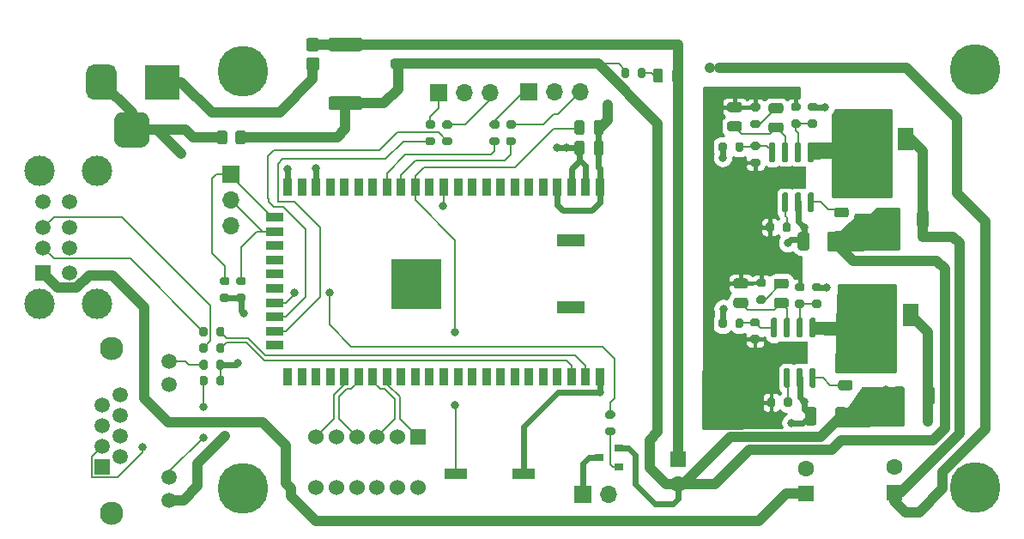
<source format=gbr>
%TF.GenerationSoftware,KiCad,Pcbnew,(5.1.7)-1*%
%TF.CreationDate,2020-11-11T14:22:04+03:00*%
%TF.ProjectId,MT7628_USB_MODEM,4d543736-3238-45f5-9553-425f4d4f4445,rev?*%
%TF.SameCoordinates,Original*%
%TF.FileFunction,Copper,L1,Top*%
%TF.FilePolarity,Positive*%
%FSLAX46Y46*%
G04 Gerber Fmt 4.6, Leading zero omitted, Abs format (unit mm)*
G04 Created by KiCad (PCBNEW (5.1.7)-1) date 2020-11-11 14:22:04*
%MOMM*%
%LPD*%
G01*
G04 APERTURE LIST*
%TA.AperFunction,ComponentPad*%
%ADD10C,0.500000*%
%TD*%
%TA.AperFunction,SMDPad,CuDef*%
%ADD11R,3.000000X2.290000*%
%TD*%
%TA.AperFunction,ComponentPad*%
%ADD12O,1.700000X1.700000*%
%TD*%
%TA.AperFunction,ComponentPad*%
%ADD13R,1.700000X1.700000*%
%TD*%
%TA.AperFunction,SMDPad,CuDef*%
%ADD14R,0.900000X0.800000*%
%TD*%
%TA.AperFunction,ComponentPad*%
%ADD15C,1.500000*%
%TD*%
%TA.AperFunction,ComponentPad*%
%ADD16C,2.300000*%
%TD*%
%TA.AperFunction,ComponentPad*%
%ADD17R,1.500000X1.500000*%
%TD*%
%TA.AperFunction,ComponentPad*%
%ADD18C,1.524000*%
%TD*%
%TA.AperFunction,ComponentPad*%
%ADD19R,1.524000X1.524000*%
%TD*%
%TA.AperFunction,ComponentPad*%
%ADD20R,3.500000X3.500000*%
%TD*%
%TA.AperFunction,ComponentPad*%
%ADD21C,3.000000*%
%TD*%
%TA.AperFunction,SMDPad,CuDef*%
%ADD22R,0.900000X1.800000*%
%TD*%
%TA.AperFunction,SMDPad,CuDef*%
%ADD23R,1.800000X0.900000*%
%TD*%
%TA.AperFunction,SMDPad,CuDef*%
%ADD24R,2.700000X1.200000*%
%TD*%
%TA.AperFunction,SMDPad,CuDef*%
%ADD25R,5.000000X5.000000*%
%TD*%
%TA.AperFunction,SMDPad,CuDef*%
%ADD26R,1.500000X2.200000*%
%TD*%
%TA.AperFunction,SMDPad,CuDef*%
%ADD27R,2.160000X1.120000*%
%TD*%
%TA.AperFunction,ComponentPad*%
%ADD28C,1.600000*%
%TD*%
%TA.AperFunction,ComponentPad*%
%ADD29R,1.600000X1.600000*%
%TD*%
%TA.AperFunction,ViaPad*%
%ADD30C,5.000000*%
%TD*%
%TA.AperFunction,ViaPad*%
%ADD31C,0.800000*%
%TD*%
%TA.AperFunction,Conductor*%
%ADD32C,1.000000*%
%TD*%
%TA.AperFunction,Conductor*%
%ADD33C,0.600000*%
%TD*%
%TA.AperFunction,Conductor*%
%ADD34C,0.200000*%
%TD*%
%TA.AperFunction,Conductor*%
%ADD35C,0.254000*%
%TD*%
%TA.AperFunction,Conductor*%
%ADD36C,0.100000*%
%TD*%
G04 APERTURE END LIST*
D10*
%TO.P,D1,9*%
%TO.N,GND*%
X146657820Y-69468760D03*
X146657820Y-68168760D03*
X147657820Y-69468760D03*
X147657820Y-68168760D03*
X148657820Y-69468760D03*
X148657820Y-68168760D03*
D11*
X147657820Y-68818760D03*
%TO.P,D1,8*%
%TO.N,Net-(C4-Pad2)*%
%TA.AperFunction,SMDPad,CuDef*%
G36*
G01*
X149412820Y-70318760D02*
X149712820Y-70318760D01*
G75*
G02*
X149862820Y-70468760I0J-150000D01*
G01*
X149862820Y-72118760D01*
G75*
G02*
X149712820Y-72268760I-150000J0D01*
G01*
X149412820Y-72268760D01*
G75*
G02*
X149262820Y-72118760I0J150000D01*
G01*
X149262820Y-70468760D01*
G75*
G02*
X149412820Y-70318760I150000J0D01*
G01*
G37*
%TD.AperFunction*%
%TO.P,D1,7*%
%TO.N,V+*%
%TA.AperFunction,SMDPad,CuDef*%
G36*
G01*
X148142820Y-70318760D02*
X148442820Y-70318760D01*
G75*
G02*
X148592820Y-70468760I0J-150000D01*
G01*
X148592820Y-72118760D01*
G75*
G02*
X148442820Y-72268760I-150000J0D01*
G01*
X148142820Y-72268760D01*
G75*
G02*
X147992820Y-72118760I0J150000D01*
G01*
X147992820Y-70468760D01*
G75*
G02*
X148142820Y-70318760I150000J0D01*
G01*
G37*
%TD.AperFunction*%
%TO.P,D1,6*%
%TO.N,Net-(D1-Pad6)*%
%TA.AperFunction,SMDPad,CuDef*%
G36*
G01*
X146872820Y-70318760D02*
X147172820Y-70318760D01*
G75*
G02*
X147322820Y-70468760I0J-150000D01*
G01*
X147322820Y-72118760D01*
G75*
G02*
X147172820Y-72268760I-150000J0D01*
G01*
X146872820Y-72268760D01*
G75*
G02*
X146722820Y-72118760I0J150000D01*
G01*
X146722820Y-70468760D01*
G75*
G02*
X146872820Y-70318760I150000J0D01*
G01*
G37*
%TD.AperFunction*%
%TO.P,D1,5*%
%TO.N,GND*%
%TA.AperFunction,SMDPad,CuDef*%
G36*
G01*
X145602820Y-70318760D02*
X145902820Y-70318760D01*
G75*
G02*
X146052820Y-70468760I0J-150000D01*
G01*
X146052820Y-72118760D01*
G75*
G02*
X145902820Y-72268760I-150000J0D01*
G01*
X145602820Y-72268760D01*
G75*
G02*
X145452820Y-72118760I0J150000D01*
G01*
X145452820Y-70468760D01*
G75*
G02*
X145602820Y-70318760I150000J0D01*
G01*
G37*
%TD.AperFunction*%
%TO.P,D1,4*%
%TO.N,Net-(D1-Pad4)*%
%TA.AperFunction,SMDPad,CuDef*%
G36*
G01*
X145602820Y-65368760D02*
X145902820Y-65368760D01*
G75*
G02*
X146052820Y-65518760I0J-150000D01*
G01*
X146052820Y-67168760D01*
G75*
G02*
X145902820Y-67318760I-150000J0D01*
G01*
X145602820Y-67318760D01*
G75*
G02*
X145452820Y-67168760I0J150000D01*
G01*
X145452820Y-65518760D01*
G75*
G02*
X145602820Y-65368760I150000J0D01*
G01*
G37*
%TD.AperFunction*%
%TO.P,D1,3*%
%TO.N,Net-(C6-Pad1)*%
%TA.AperFunction,SMDPad,CuDef*%
G36*
G01*
X146872820Y-65368760D02*
X147172820Y-65368760D01*
G75*
G02*
X147322820Y-65518760I0J-150000D01*
G01*
X147322820Y-67168760D01*
G75*
G02*
X147172820Y-67318760I-150000J0D01*
G01*
X146872820Y-67318760D01*
G75*
G02*
X146722820Y-67168760I0J150000D01*
G01*
X146722820Y-65518760D01*
G75*
G02*
X146872820Y-65368760I150000J0D01*
G01*
G37*
%TD.AperFunction*%
%TO.P,D1,2*%
%TO.N,Net-(D1-Pad2)*%
%TA.AperFunction,SMDPad,CuDef*%
G36*
G01*
X148142820Y-65368760D02*
X148442820Y-65368760D01*
G75*
G02*
X148592820Y-65518760I0J-150000D01*
G01*
X148592820Y-67168760D01*
G75*
G02*
X148442820Y-67318760I-150000J0D01*
G01*
X148142820Y-67318760D01*
G75*
G02*
X147992820Y-67168760I0J150000D01*
G01*
X147992820Y-65518760D01*
G75*
G02*
X148142820Y-65368760I150000J0D01*
G01*
G37*
%TD.AperFunction*%
%TO.P,D1,1*%
%TO.N,Net-(C4-Pad1)*%
%TA.AperFunction,SMDPad,CuDef*%
G36*
G01*
X149412820Y-65368760D02*
X149712820Y-65368760D01*
G75*
G02*
X149862820Y-65518760I0J-150000D01*
G01*
X149862820Y-67168760D01*
G75*
G02*
X149712820Y-67318760I-150000J0D01*
G01*
X149412820Y-67318760D01*
G75*
G02*
X149262820Y-67168760I0J150000D01*
G01*
X149262820Y-65518760D01*
G75*
G02*
X149412820Y-65368760I150000J0D01*
G01*
G37*
%TD.AperFunction*%
%TD*%
D10*
%TO.P,D2,9*%
%TO.N,GND*%
X146474940Y-52166280D03*
X146474940Y-50866280D03*
X147474940Y-52166280D03*
X147474940Y-50866280D03*
X148474940Y-52166280D03*
X148474940Y-50866280D03*
D11*
X147474940Y-51516280D03*
%TO.P,D2,8*%
%TO.N,Net-(C3-Pad2)*%
%TA.AperFunction,SMDPad,CuDef*%
G36*
G01*
X149229940Y-53016280D02*
X149529940Y-53016280D01*
G75*
G02*
X149679940Y-53166280I0J-150000D01*
G01*
X149679940Y-54816280D01*
G75*
G02*
X149529940Y-54966280I-150000J0D01*
G01*
X149229940Y-54966280D01*
G75*
G02*
X149079940Y-54816280I0J150000D01*
G01*
X149079940Y-53166280D01*
G75*
G02*
X149229940Y-53016280I150000J0D01*
G01*
G37*
%TD.AperFunction*%
%TO.P,D2,7*%
%TO.N,V+*%
%TA.AperFunction,SMDPad,CuDef*%
G36*
G01*
X147959940Y-53016280D02*
X148259940Y-53016280D01*
G75*
G02*
X148409940Y-53166280I0J-150000D01*
G01*
X148409940Y-54816280D01*
G75*
G02*
X148259940Y-54966280I-150000J0D01*
G01*
X147959940Y-54966280D01*
G75*
G02*
X147809940Y-54816280I0J150000D01*
G01*
X147809940Y-53166280D01*
G75*
G02*
X147959940Y-53016280I150000J0D01*
G01*
G37*
%TD.AperFunction*%
%TO.P,D2,6*%
%TO.N,Net-(D2-Pad6)*%
%TA.AperFunction,SMDPad,CuDef*%
G36*
G01*
X146689940Y-53016280D02*
X146989940Y-53016280D01*
G75*
G02*
X147139940Y-53166280I0J-150000D01*
G01*
X147139940Y-54816280D01*
G75*
G02*
X146989940Y-54966280I-150000J0D01*
G01*
X146689940Y-54966280D01*
G75*
G02*
X146539940Y-54816280I0J150000D01*
G01*
X146539940Y-53166280D01*
G75*
G02*
X146689940Y-53016280I150000J0D01*
G01*
G37*
%TD.AperFunction*%
%TO.P,D2,5*%
%TO.N,GND*%
%TA.AperFunction,SMDPad,CuDef*%
G36*
G01*
X145419940Y-53016280D02*
X145719940Y-53016280D01*
G75*
G02*
X145869940Y-53166280I0J-150000D01*
G01*
X145869940Y-54816280D01*
G75*
G02*
X145719940Y-54966280I-150000J0D01*
G01*
X145419940Y-54966280D01*
G75*
G02*
X145269940Y-54816280I0J150000D01*
G01*
X145269940Y-53166280D01*
G75*
G02*
X145419940Y-53016280I150000J0D01*
G01*
G37*
%TD.AperFunction*%
%TO.P,D2,4*%
%TO.N,Net-(D2-Pad4)*%
%TA.AperFunction,SMDPad,CuDef*%
G36*
G01*
X145419940Y-48066280D02*
X145719940Y-48066280D01*
G75*
G02*
X145869940Y-48216280I0J-150000D01*
G01*
X145869940Y-49866280D01*
G75*
G02*
X145719940Y-50016280I-150000J0D01*
G01*
X145419940Y-50016280D01*
G75*
G02*
X145269940Y-49866280I0J150000D01*
G01*
X145269940Y-48216280D01*
G75*
G02*
X145419940Y-48066280I150000J0D01*
G01*
G37*
%TD.AperFunction*%
%TO.P,D2,3*%
%TO.N,Net-(C5-Pad1)*%
%TA.AperFunction,SMDPad,CuDef*%
G36*
G01*
X146689940Y-48066280D02*
X146989940Y-48066280D01*
G75*
G02*
X147139940Y-48216280I0J-150000D01*
G01*
X147139940Y-49866280D01*
G75*
G02*
X146989940Y-50016280I-150000J0D01*
G01*
X146689940Y-50016280D01*
G75*
G02*
X146539940Y-49866280I0J150000D01*
G01*
X146539940Y-48216280D01*
G75*
G02*
X146689940Y-48066280I150000J0D01*
G01*
G37*
%TD.AperFunction*%
%TO.P,D2,2*%
%TO.N,Net-(D2-Pad2)*%
%TA.AperFunction,SMDPad,CuDef*%
G36*
G01*
X147959940Y-48066280D02*
X148259940Y-48066280D01*
G75*
G02*
X148409940Y-48216280I0J-150000D01*
G01*
X148409940Y-49866280D01*
G75*
G02*
X148259940Y-50016280I-150000J0D01*
G01*
X147959940Y-50016280D01*
G75*
G02*
X147809940Y-49866280I0J150000D01*
G01*
X147809940Y-48216280D01*
G75*
G02*
X147959940Y-48066280I150000J0D01*
G01*
G37*
%TD.AperFunction*%
%TO.P,D2,1*%
%TO.N,Net-(C3-Pad1)*%
%TA.AperFunction,SMDPad,CuDef*%
G36*
G01*
X149229940Y-48066280D02*
X149529940Y-48066280D01*
G75*
G02*
X149679940Y-48216280I0J-150000D01*
G01*
X149679940Y-49866280D01*
G75*
G02*
X149529940Y-50016280I-150000J0D01*
G01*
X149229940Y-50016280D01*
G75*
G02*
X149079940Y-49866280I0J150000D01*
G01*
X149079940Y-48216280D01*
G75*
G02*
X149229940Y-48066280I150000J0D01*
G01*
G37*
%TD.AperFunction*%
%TD*%
%TO.P,R25,2*%
%TO.N,GPIO0*%
%TA.AperFunction,SMDPad,CuDef*%
G36*
G01*
X129868340Y-75325420D02*
X129318340Y-75325420D01*
G75*
G02*
X129118340Y-75125420I0J200000D01*
G01*
X129118340Y-74725420D01*
G75*
G02*
X129318340Y-74525420I200000J0D01*
G01*
X129868340Y-74525420D01*
G75*
G02*
X130068340Y-74725420I0J-200000D01*
G01*
X130068340Y-75125420D01*
G75*
G02*
X129868340Y-75325420I-200000J0D01*
G01*
G37*
%TD.AperFunction*%
%TO.P,R25,1*%
%TO.N,Net-(Q1-Pad1)*%
%TA.AperFunction,SMDPad,CuDef*%
G36*
G01*
X129868340Y-76975420D02*
X129318340Y-76975420D01*
G75*
G02*
X129118340Y-76775420I0J200000D01*
G01*
X129118340Y-76375420D01*
G75*
G02*
X129318340Y-76175420I200000J0D01*
G01*
X129868340Y-76175420D01*
G75*
G02*
X130068340Y-76375420I0J-200000D01*
G01*
X130068340Y-76775420D01*
G75*
G02*
X129868340Y-76975420I-200000J0D01*
G01*
G37*
%TD.AperFunction*%
%TD*%
D12*
%TO.P,J7,2*%
%TO.N,V+*%
X129448560Y-82829400D03*
D13*
%TO.P,J7,1*%
%TO.N,Net-(J7-Pad1)*%
X126908560Y-82829400D03*
%TD*%
D14*
%TO.P,Q1,3*%
%TO.N,Net-(J7-Pad1)*%
X128484120Y-79151480D03*
%TO.P,Q1,2*%
%TO.N,GND*%
X130484120Y-78201480D03*
%TO.P,Q1,1*%
%TO.N,Net-(Q1-Pad1)*%
X130484120Y-80101480D03*
%TD*%
%TO.P,C10,2*%
%TO.N,GND*%
%TA.AperFunction,SMDPad,CuDef*%
G36*
G01*
X158654440Y-72395319D02*
X158654440Y-73695321D01*
G75*
G02*
X158404441Y-73945320I-249999J0D01*
G01*
X157754439Y-73945320D01*
G75*
G02*
X157504440Y-73695321I0J249999D01*
G01*
X157504440Y-72395319D01*
G75*
G02*
X157754439Y-72145320I249999J0D01*
G01*
X158404441Y-72145320D01*
G75*
G02*
X158654440Y-72395319I0J-249999D01*
G01*
G37*
%TD.AperFunction*%
%TO.P,C10,1*%
%TO.N,+5V*%
%TA.AperFunction,SMDPad,CuDef*%
G36*
G01*
X161604440Y-72395319D02*
X161604440Y-73695321D01*
G75*
G02*
X161354441Y-73945320I-249999J0D01*
G01*
X160704439Y-73945320D01*
G75*
G02*
X160454440Y-73695321I0J249999D01*
G01*
X160454440Y-72395319D01*
G75*
G02*
X160704439Y-72145320I249999J0D01*
G01*
X161354441Y-72145320D01*
G75*
G02*
X161604440Y-72395319I0J-249999D01*
G01*
G37*
%TD.AperFunction*%
%TD*%
%TO.P,C9,2*%
%TO.N,GND*%
%TA.AperFunction,SMDPad,CuDef*%
G36*
G01*
X158067700Y-54986159D02*
X158067700Y-56286161D01*
G75*
G02*
X157817701Y-56536160I-249999J0D01*
G01*
X157167699Y-56536160D01*
G75*
G02*
X156917700Y-56286161I0J249999D01*
G01*
X156917700Y-54986159D01*
G75*
G02*
X157167699Y-54736160I249999J0D01*
G01*
X157817701Y-54736160D01*
G75*
G02*
X158067700Y-54986159I0J-249999D01*
G01*
G37*
%TD.AperFunction*%
%TO.P,C9,1*%
%TO.N,+3V3*%
%TA.AperFunction,SMDPad,CuDef*%
G36*
G01*
X161017700Y-54986159D02*
X161017700Y-56286161D01*
G75*
G02*
X160767701Y-56536160I-249999J0D01*
G01*
X160117699Y-56536160D01*
G75*
G02*
X159867700Y-56286161I0J249999D01*
G01*
X159867700Y-54986159D01*
G75*
G02*
X160117699Y-54736160I249999J0D01*
G01*
X160767701Y-54736160D01*
G75*
G02*
X161017700Y-54986159I0J-249999D01*
G01*
G37*
%TD.AperFunction*%
%TD*%
%TO.P,C2,2*%
%TO.N,GND*%
%TA.AperFunction,SMDPad,CuDef*%
G36*
G01*
X151763300Y-75740021D02*
X151763300Y-74440019D01*
G75*
G02*
X152013299Y-74190020I249999J0D01*
G01*
X152663301Y-74190020D01*
G75*
G02*
X152913300Y-74440019I0J-249999D01*
G01*
X152913300Y-75740021D01*
G75*
G02*
X152663301Y-75990020I-249999J0D01*
G01*
X152013299Y-75990020D01*
G75*
G02*
X151763300Y-75740021I0J249999D01*
G01*
G37*
%TD.AperFunction*%
%TO.P,C2,1*%
%TO.N,V+*%
%TA.AperFunction,SMDPad,CuDef*%
G36*
G01*
X148813300Y-75740021D02*
X148813300Y-74440019D01*
G75*
G02*
X149063299Y-74190020I249999J0D01*
G01*
X149713301Y-74190020D01*
G75*
G02*
X149963300Y-74440019I0J-249999D01*
G01*
X149963300Y-75740021D01*
G75*
G02*
X149713301Y-75990020I-249999J0D01*
G01*
X149063299Y-75990020D01*
G75*
G02*
X148813300Y-75740021I0J249999D01*
G01*
G37*
%TD.AperFunction*%
%TD*%
%TO.P,C1,2*%
%TO.N,GND*%
%TA.AperFunction,SMDPad,CuDef*%
G36*
G01*
X151047020Y-58470561D02*
X151047020Y-57170559D01*
G75*
G02*
X151297019Y-56920560I249999J0D01*
G01*
X151947021Y-56920560D01*
G75*
G02*
X152197020Y-57170559I0J-249999D01*
G01*
X152197020Y-58470561D01*
G75*
G02*
X151947021Y-58720560I-249999J0D01*
G01*
X151297019Y-58720560D01*
G75*
G02*
X151047020Y-58470561I0J249999D01*
G01*
G37*
%TD.AperFunction*%
%TO.P,C1,1*%
%TO.N,V+*%
%TA.AperFunction,SMDPad,CuDef*%
G36*
G01*
X148097020Y-58470561D02*
X148097020Y-57170559D01*
G75*
G02*
X148347019Y-56920560I249999J0D01*
G01*
X148997021Y-56920560D01*
G75*
G02*
X149247020Y-57170559I0J-249999D01*
G01*
X149247020Y-58470561D01*
G75*
G02*
X148997021Y-58720560I-249999J0D01*
G01*
X148347019Y-58720560D01*
G75*
G02*
X148097020Y-58470561I0J249999D01*
G01*
G37*
%TD.AperFunction*%
%TD*%
%TO.P,C6,2*%
%TO.N,Net-(C6-Pad2)*%
%TA.AperFunction,SMDPad,CuDef*%
G36*
G01*
X146941560Y-62506480D02*
X145991560Y-62506480D01*
G75*
G02*
X145741560Y-62256480I0J250000D01*
G01*
X145741560Y-61756480D01*
G75*
G02*
X145991560Y-61506480I250000J0D01*
G01*
X146941560Y-61506480D01*
G75*
G02*
X147191560Y-61756480I0J-250000D01*
G01*
X147191560Y-62256480D01*
G75*
G02*
X146941560Y-62506480I-250000J0D01*
G01*
G37*
%TD.AperFunction*%
%TO.P,C6,1*%
%TO.N,Net-(C6-Pad1)*%
%TA.AperFunction,SMDPad,CuDef*%
G36*
G01*
X146941560Y-64406480D02*
X145991560Y-64406480D01*
G75*
G02*
X145741560Y-64156480I0J250000D01*
G01*
X145741560Y-63656480D01*
G75*
G02*
X145991560Y-63406480I250000J0D01*
G01*
X146941560Y-63406480D01*
G75*
G02*
X147191560Y-63656480I0J-250000D01*
G01*
X147191560Y-64156480D01*
G75*
G02*
X146941560Y-64406480I-250000J0D01*
G01*
G37*
%TD.AperFunction*%
%TD*%
D15*
%TO.P,J2,12*%
%TO.N,Net-(J2-Pad12)*%
X86089300Y-69663660D03*
%TO.P,J2,11*%
%TO.N,ETH1*%
X86089300Y-71953660D03*
%TO.P,J2,10*%
%TO.N,Net-(J2-Pad10)*%
X86089300Y-81093660D03*
%TO.P,J2,9*%
%TO.N,GND*%
X86089300Y-83383660D03*
D16*
%TO.P,J2,SH*%
%TO.N,N/C*%
X80379300Y-84653660D03*
X80379300Y-68393660D03*
D15*
%TO.P,J2,8*%
%TO.N,Vin-*%
X81269300Y-72971660D03*
%TO.P,J2,6*%
%TO.N,/RX1-*%
X81269300Y-75003660D03*
%TO.P,J2,4*%
%TO.N,Vin+*%
X81269300Y-77035660D03*
%TO.P,J2,2*%
%TO.N,/TX1-*%
X81269300Y-79067660D03*
%TO.P,J2,7*%
%TO.N,Vin-*%
X79489300Y-73987660D03*
%TO.P,J2,5*%
%TO.N,Vin+*%
X79489300Y-76019660D03*
%TO.P,J2,3*%
%TO.N,/RX1+*%
X79489300Y-78051660D03*
D17*
%TO.P,J2,1*%
%TO.N,/TX1+*%
X79489300Y-80083660D03*
%TD*%
D18*
%TO.P,TR1,12*%
%TO.N,/RX1+*%
X110595280Y-82093440D03*
%TO.P,TR1,11*%
%TO.N,N/C*%
X108595280Y-82093440D03*
%TO.P,TR1,10*%
%TO.N,/RX1-*%
X106595280Y-82093440D03*
%TO.P,TR1,9*%
%TO.N,/TX1+*%
X104595280Y-82093440D03*
%TO.P,TR1,8*%
%TO.N,N/C*%
X102595280Y-82093440D03*
%TO.P,TR1,7*%
%TO.N,/TX1-*%
X100595280Y-82093440D03*
%TO.P,TR1,6*%
%TO.N,/P1_T_P*%
X100595280Y-77093440D03*
%TO.P,TR1,5*%
%TO.N,N/C*%
X102595280Y-77093440D03*
%TO.P,TR1,4*%
%TO.N,/P1_T_N*%
X104595280Y-77093440D03*
%TO.P,TR1,3*%
%TO.N,/P1_R_P*%
X106595280Y-77093440D03*
%TO.P,TR1,2*%
%TO.N,N/C*%
X108595280Y-77093440D03*
D19*
%TO.P,TR1,1*%
%TO.N,/P1_R_N*%
X110595280Y-77093440D03*
%TD*%
D12*
%TO.P,J4,3*%
%TO.N,GND*%
X92163900Y-56255920D03*
%TO.P,J4,2*%
%TO.N,I2C_SD*%
X92163900Y-53715920D03*
D13*
%TO.P,J4,1*%
%TO.N,I2C_SCKL*%
X92163900Y-51175920D03*
%TD*%
%TO.P,J3,3*%
%TO.N,Vin-*%
%TA.AperFunction,ComponentPad*%
G36*
G01*
X80649880Y-47700900D02*
X80649880Y-45950900D01*
G75*
G02*
X81524880Y-45075900I875000J0D01*
G01*
X83274880Y-45075900D01*
G75*
G02*
X84149880Y-45950900I0J-875000D01*
G01*
X84149880Y-47700900D01*
G75*
G02*
X83274880Y-48575900I-875000J0D01*
G01*
X81524880Y-48575900D01*
G75*
G02*
X80649880Y-47700900I0J875000D01*
G01*
G37*
%TD.AperFunction*%
%TO.P,J3,2*%
%TA.AperFunction,ComponentPad*%
G36*
G01*
X77899880Y-43125900D02*
X77899880Y-41125900D01*
G75*
G02*
X78649880Y-40375900I750000J0D01*
G01*
X80149880Y-40375900D01*
G75*
G02*
X80899880Y-41125900I0J-750000D01*
G01*
X80899880Y-43125900D01*
G75*
G02*
X80149880Y-43875900I-750000J0D01*
G01*
X78649880Y-43875900D01*
G75*
G02*
X77899880Y-43125900I0J750000D01*
G01*
G37*
%TD.AperFunction*%
D20*
%TO.P,J3,1*%
%TO.N,Vin+*%
X85399880Y-42125900D03*
%TD*%
D21*
%TO.P,J1,9*%
%TO.N,N/C*%
X73310000Y-50890000D03*
X73310000Y-64030000D03*
D17*
%TO.P,J1,1*%
%TO.N,+5V*%
X73660000Y-60960000D03*
D15*
%TO.P,J1,2*%
%TO.N,Net-(J1-Pad2)*%
X73660000Y-58460000D03*
%TO.P,J1,3*%
%TO.N,Net-(J1-Pad3)*%
X73660000Y-56460000D03*
%TO.P,J1,4*%
%TO.N,GND*%
X73660000Y-53960000D03*
D21*
%TO.P,J1,9*%
%TO.N,N/C*%
X78990000Y-64030000D03*
X78990000Y-50890000D03*
D15*
%TO.P,J1,5*%
X76280000Y-60960000D03*
%TO.P,J1,6*%
X76280000Y-58460000D03*
%TO.P,J1,7*%
X76280000Y-56460000D03*
%TO.P,J1,8*%
X76280000Y-53960000D03*
%TD*%
%TO.P,R24,2*%
%TO.N,GND*%
%TA.AperFunction,SMDPad,CuDef*%
G36*
G01*
X92619140Y-48029282D02*
X92619140Y-47129278D01*
G75*
G02*
X92869138Y-46879280I249998J0D01*
G01*
X93394142Y-46879280D01*
G75*
G02*
X93644140Y-47129278I0J-249998D01*
G01*
X93644140Y-48029282D01*
G75*
G02*
X93394142Y-48279280I-249998J0D01*
G01*
X92869138Y-48279280D01*
G75*
G02*
X92619140Y-48029282I0J249998D01*
G01*
G37*
%TD.AperFunction*%
%TO.P,R24,1*%
%TO.N,Vin-*%
%TA.AperFunction,SMDPad,CuDef*%
G36*
G01*
X90794140Y-48029282D02*
X90794140Y-47129278D01*
G75*
G02*
X91044138Y-46879280I249998J0D01*
G01*
X91569142Y-46879280D01*
G75*
G02*
X91819140Y-47129278I0J-249998D01*
G01*
X91819140Y-48029282D01*
G75*
G02*
X91569142Y-48279280I-249998J0D01*
G01*
X91044138Y-48279280D01*
G75*
G02*
X90794140Y-48029282I0J249998D01*
G01*
G37*
%TD.AperFunction*%
%TD*%
D22*
%TO.P,D5,1*%
%TO.N,GND*%
X128573940Y-52471060D03*
%TO.P,D5,2*%
%TO.N,+3V3*%
X127173940Y-52471060D03*
%TO.P,D5,3*%
X125773940Y-52471060D03*
%TO.P,D5,4*%
%TO.N,GND*%
X124373940Y-52471060D03*
%TO.P,D5,5*%
%TO.N,N/C*%
X122973940Y-52471060D03*
%TO.P,D5,6*%
X121573940Y-52471060D03*
%TO.P,D5,7*%
X120173940Y-52471060D03*
%TO.P,D5,8*%
X118773940Y-52471060D03*
%TO.P,D5,9*%
X117373940Y-52471060D03*
%TO.P,D5,10*%
X115973940Y-52471060D03*
%TO.P,D5,11*%
X114573940Y-52471060D03*
%TO.P,D5,12*%
%TO.N,ETH1*%
X113173940Y-52471060D03*
%TO.P,D5,13*%
%TO.N,N/C*%
X111773940Y-52471060D03*
%TO.P,D5,14*%
%TO.N,RST*%
X110373940Y-52471060D03*
%TO.P,D5,15*%
%TO.N,TX1*%
X108973940Y-52471060D03*
%TO.P,D5,16*%
%TO.N,RX1*%
X107573940Y-52471060D03*
%TO.P,D5,17*%
%TO.N,N/C*%
X106173940Y-52471060D03*
%TO.P,D5,18*%
X104773940Y-52471060D03*
%TO.P,D5,19*%
X103373940Y-52471060D03*
%TO.P,D5,20*%
X101973940Y-52471060D03*
%TO.P,D5,21*%
%TO.N,GND*%
X100573940Y-52471060D03*
%TO.P,D5,22*%
%TO.N,N/C*%
X99173940Y-52471060D03*
%TO.P,D5,23*%
%TO.N,GND*%
X97773940Y-52471060D03*
D23*
%TO.P,D5,24*%
%TO.N,I2C_SCKL*%
X96473940Y-55471060D03*
%TO.P,D5,25*%
%TO.N,I2C_SD*%
X96473940Y-56871060D03*
%TO.P,D5,26*%
%TO.N,N/C*%
X96473940Y-58271060D03*
%TO.P,D5,27*%
X96473940Y-59671060D03*
%TO.P,D5,28*%
X96473940Y-61071060D03*
%TO.P,D5,29*%
X96473940Y-62471060D03*
%TO.P,D5,30*%
%TO.N,GPIO0*%
X96473940Y-63871060D03*
%TO.P,D5,31*%
%TO.N,TX0*%
X96473940Y-65271060D03*
%TO.P,D5,32*%
%TO.N,RX0*%
X96473940Y-66671060D03*
%TO.P,D5,33*%
%TO.N,N/C*%
X96473940Y-68071060D03*
D22*
%TO.P,D5,34*%
X97773940Y-71171060D03*
%TO.P,D5,35*%
X99173940Y-71171060D03*
%TO.P,D5,36*%
X100573940Y-71171060D03*
%TO.P,D5,37*%
X101973940Y-71171060D03*
%TO.P,D5,38*%
%TO.N,/P1_T_P*%
X103373940Y-71171060D03*
%TO.P,D5,39*%
%TO.N,/P1_T_N*%
X104773940Y-71171060D03*
%TO.P,D5,40*%
%TO.N,/P1_R_P*%
X106173940Y-71171060D03*
%TO.P,D5,41*%
%TO.N,/P1_R_N*%
X107573940Y-71171060D03*
%TO.P,D5,42*%
%TO.N,N/C*%
X108973940Y-71171060D03*
%TO.P,D5,43*%
X110373940Y-71171060D03*
%TO.P,D5,44*%
X111773940Y-71171060D03*
%TO.P,D5,45*%
X113173940Y-71171060D03*
%TO.P,D5,46*%
X114573940Y-71171060D03*
%TO.P,D5,47*%
X115973940Y-71171060D03*
%TO.P,D5,48*%
X117373940Y-71171060D03*
%TO.P,D5,49*%
X118773940Y-71171060D03*
%TO.P,D5,50*%
X120173940Y-71171060D03*
%TO.P,D5,51*%
X121573940Y-71171060D03*
%TO.P,D5,52*%
X122973940Y-71171060D03*
%TO.P,D5,53*%
X124373940Y-71171060D03*
%TO.P,D5,54*%
%TO.N,USB_D+*%
X125773940Y-71171060D03*
%TO.P,D5,55*%
%TO.N,USB_D-*%
X127173940Y-71171060D03*
%TO.P,D5,56*%
%TO.N,GND*%
X128573940Y-71171060D03*
D24*
%TO.P,D5,EP1*%
%TO.N,N/C*%
X125723940Y-64371060D03*
%TO.P,D5,EP2*%
X125723940Y-57771060D03*
D25*
%TO.P,D5,EP3*%
X110473940Y-62071060D03*
%TD*%
%TO.P,D6,2*%
%TO.N,GND*%
%TA.AperFunction,SMDPad,CuDef*%
G36*
G01*
X102054599Y-43539960D02*
X104904601Y-43539960D01*
G75*
G02*
X105154600Y-43789959I0J-249999D01*
G01*
X105154600Y-44639961D01*
G75*
G02*
X104904601Y-44889960I-249999J0D01*
G01*
X102054599Y-44889960D01*
G75*
G02*
X101804600Y-44639961I0J249999D01*
G01*
X101804600Y-43789959D01*
G75*
G02*
X102054599Y-43539960I249999J0D01*
G01*
G37*
%TD.AperFunction*%
%TO.P,D6,1*%
%TO.N,V+*%
%TA.AperFunction,SMDPad,CuDef*%
G36*
G01*
X102054599Y-37739960D02*
X104904601Y-37739960D01*
G75*
G02*
X105154600Y-37989959I0J-249999D01*
G01*
X105154600Y-38839961D01*
G75*
G02*
X104904601Y-39089960I-249999J0D01*
G01*
X102054599Y-39089960D01*
G75*
G02*
X101804600Y-38839961I0J249999D01*
G01*
X101804600Y-37989959D01*
G75*
G02*
X102054599Y-37739960I249999J0D01*
G01*
G37*
%TD.AperFunction*%
%TD*%
%TO.P,D4,1*%
%TO.N,Net-(C4-Pad1)*%
%TA.AperFunction,SMDPad,CuDef*%
G36*
G01*
X154571540Y-69618240D02*
X155821540Y-69618240D01*
G75*
G02*
X156071540Y-69868240I0J-250000D01*
G01*
X156071540Y-70618240D01*
G75*
G02*
X155821540Y-70868240I-250000J0D01*
G01*
X154571540Y-70868240D01*
G75*
G02*
X154321540Y-70618240I0J250000D01*
G01*
X154321540Y-69868240D01*
G75*
G02*
X154571540Y-69618240I250000J0D01*
G01*
G37*
%TD.AperFunction*%
%TO.P,D4,2*%
%TO.N,GND*%
%TA.AperFunction,SMDPad,CuDef*%
G36*
G01*
X154571540Y-72418240D02*
X155821540Y-72418240D01*
G75*
G02*
X156071540Y-72668240I0J-250000D01*
G01*
X156071540Y-73418240D01*
G75*
G02*
X155821540Y-73668240I-250000J0D01*
G01*
X154571540Y-73668240D01*
G75*
G02*
X154321540Y-73418240I0J250000D01*
G01*
X154321540Y-72668240D01*
G75*
G02*
X154571540Y-72418240I250000J0D01*
G01*
G37*
%TD.AperFunction*%
%TD*%
%TO.P,D3,2*%
%TO.N,GND*%
%TA.AperFunction,SMDPad,CuDef*%
G36*
G01*
X153931460Y-55075120D02*
X155181460Y-55075120D01*
G75*
G02*
X155431460Y-55325120I0J-250000D01*
G01*
X155431460Y-56075120D01*
G75*
G02*
X155181460Y-56325120I-250000J0D01*
G01*
X153931460Y-56325120D01*
G75*
G02*
X153681460Y-56075120I0J250000D01*
G01*
X153681460Y-55325120D01*
G75*
G02*
X153931460Y-55075120I250000J0D01*
G01*
G37*
%TD.AperFunction*%
%TO.P,D3,1*%
%TO.N,Net-(C3-Pad1)*%
%TA.AperFunction,SMDPad,CuDef*%
G36*
G01*
X153931460Y-52275120D02*
X155181460Y-52275120D01*
G75*
G02*
X155431460Y-52525120I0J-250000D01*
G01*
X155431460Y-53275120D01*
G75*
G02*
X155181460Y-53525120I-250000J0D01*
G01*
X153931460Y-53525120D01*
G75*
G02*
X153681460Y-53275120I0J250000D01*
G01*
X153681460Y-52525120D01*
G75*
G02*
X153931460Y-52275120I250000J0D01*
G01*
G37*
%TD.AperFunction*%
%TD*%
D26*
%TO.P,L2,2*%
%TO.N,+5V*%
X159252520Y-65105280D03*
%TO.P,L2,1*%
%TO.N,Net-(C4-Pad1)*%
X152852520Y-65105280D03*
%TD*%
%TO.P,L1,2*%
%TO.N,+3V3*%
X158719120Y-47754540D03*
%TO.P,L1,1*%
%TO.N,Net-(C3-Pad1)*%
X152319120Y-47754540D03*
%TD*%
D27*
%TO.P,SW1,2*%
%TO.N,RST*%
X114323360Y-80777080D03*
%TO.P,SW1,1*%
%TO.N,GND*%
X121053360Y-80777080D03*
%TD*%
%TO.P,R23,2*%
%TO.N,Net-(J2-Pad10)*%
%TA.AperFunction,SMDPad,CuDef*%
G36*
G01*
X89889780Y-71312360D02*
X89889780Y-71862360D01*
G75*
G02*
X89689780Y-72062360I-200000J0D01*
G01*
X89289780Y-72062360D01*
G75*
G02*
X89089780Y-71862360I0J200000D01*
G01*
X89089780Y-71312360D01*
G75*
G02*
X89289780Y-71112360I200000J0D01*
G01*
X89689780Y-71112360D01*
G75*
G02*
X89889780Y-71312360I0J-200000D01*
G01*
G37*
%TD.AperFunction*%
%TO.P,R23,1*%
%TO.N,+3V3*%
%TA.AperFunction,SMDPad,CuDef*%
G36*
G01*
X91539780Y-71312360D02*
X91539780Y-71862360D01*
G75*
G02*
X91339780Y-72062360I-200000J0D01*
G01*
X90939780Y-72062360D01*
G75*
G02*
X90739780Y-71862360I0J200000D01*
G01*
X90739780Y-71312360D01*
G75*
G02*
X90939780Y-71112360I200000J0D01*
G01*
X91339780Y-71112360D01*
G75*
G02*
X91539780Y-71312360I0J-200000D01*
G01*
G37*
%TD.AperFunction*%
%TD*%
%TO.P,R22,2*%
%TO.N,Net-(J2-Pad12)*%
%TA.AperFunction,SMDPad,CuDef*%
G36*
G01*
X89882160Y-69737560D02*
X89882160Y-70287560D01*
G75*
G02*
X89682160Y-70487560I-200000J0D01*
G01*
X89282160Y-70487560D01*
G75*
G02*
X89082160Y-70287560I0J200000D01*
G01*
X89082160Y-69737560D01*
G75*
G02*
X89282160Y-69537560I200000J0D01*
G01*
X89682160Y-69537560D01*
G75*
G02*
X89882160Y-69737560I0J-200000D01*
G01*
G37*
%TD.AperFunction*%
%TO.P,R22,1*%
%TO.N,+3V3*%
%TA.AperFunction,SMDPad,CuDef*%
G36*
G01*
X91532160Y-69737560D02*
X91532160Y-70287560D01*
G75*
G02*
X91332160Y-70487560I-200000J0D01*
G01*
X90932160Y-70487560D01*
G75*
G02*
X90732160Y-70287560I0J200000D01*
G01*
X90732160Y-69737560D01*
G75*
G02*
X90932160Y-69537560I200000J0D01*
G01*
X91332160Y-69537560D01*
G75*
G02*
X91532160Y-69737560I0J-200000D01*
G01*
G37*
%TD.AperFunction*%
%TD*%
%TO.P,R19,2*%
%TO.N,RX0*%
%TA.AperFunction,SMDPad,CuDef*%
G36*
G01*
X111573900Y-47554200D02*
X112123900Y-47554200D01*
G75*
G02*
X112323900Y-47754200I0J-200000D01*
G01*
X112323900Y-48154200D01*
G75*
G02*
X112123900Y-48354200I-200000J0D01*
G01*
X111573900Y-48354200D01*
G75*
G02*
X111373900Y-48154200I0J200000D01*
G01*
X111373900Y-47754200D01*
G75*
G02*
X111573900Y-47554200I200000J0D01*
G01*
G37*
%TD.AperFunction*%
%TO.P,R19,1*%
%TO.N,Net-(J6-Pad1)*%
%TA.AperFunction,SMDPad,CuDef*%
G36*
G01*
X111573900Y-45904200D02*
X112123900Y-45904200D01*
G75*
G02*
X112323900Y-46104200I0J-200000D01*
G01*
X112323900Y-46504200D01*
G75*
G02*
X112123900Y-46704200I-200000J0D01*
G01*
X111573900Y-46704200D01*
G75*
G02*
X111373900Y-46504200I0J200000D01*
G01*
X111373900Y-46104200D01*
G75*
G02*
X111573900Y-45904200I200000J0D01*
G01*
G37*
%TD.AperFunction*%
%TD*%
%TO.P,R17,2*%
%TO.N,GND*%
%TA.AperFunction,SMDPad,CuDef*%
G36*
G01*
X131464500Y-40949200D02*
X131464500Y-41499200D01*
G75*
G02*
X131264500Y-41699200I-200000J0D01*
G01*
X130864500Y-41699200D01*
G75*
G02*
X130664500Y-41499200I0J200000D01*
G01*
X130664500Y-40949200D01*
G75*
G02*
X130864500Y-40749200I200000J0D01*
G01*
X131264500Y-40749200D01*
G75*
G02*
X131464500Y-40949200I0J-200000D01*
G01*
G37*
%TD.AperFunction*%
%TO.P,R17,1*%
%TO.N,Net-(D7-Pad1)*%
%TA.AperFunction,SMDPad,CuDef*%
G36*
G01*
X133114500Y-40949200D02*
X133114500Y-41499200D01*
G75*
G02*
X132914500Y-41699200I-200000J0D01*
G01*
X132514500Y-41699200D01*
G75*
G02*
X132314500Y-41499200I0J200000D01*
G01*
X132314500Y-40949200D01*
G75*
G02*
X132514500Y-40749200I200000J0D01*
G01*
X132914500Y-40749200D01*
G75*
G02*
X133114500Y-40949200I0J-200000D01*
G01*
G37*
%TD.AperFunction*%
%TD*%
%TO.P,R11,2*%
%TO.N,Net-(D2-Pad4)*%
%TA.AperFunction,SMDPad,CuDef*%
G36*
G01*
X141930440Y-48789000D02*
X141930440Y-48239000D01*
G75*
G02*
X142130440Y-48039000I200000J0D01*
G01*
X142530440Y-48039000D01*
G75*
G02*
X142730440Y-48239000I0J-200000D01*
G01*
X142730440Y-48789000D01*
G75*
G02*
X142530440Y-48989000I-200000J0D01*
G01*
X142130440Y-48989000D01*
G75*
G02*
X141930440Y-48789000I0J200000D01*
G01*
G37*
%TD.AperFunction*%
%TO.P,R11,1*%
%TO.N,+3V3*%
%TA.AperFunction,SMDPad,CuDef*%
G36*
G01*
X140280440Y-48789000D02*
X140280440Y-48239000D01*
G75*
G02*
X140480440Y-48039000I200000J0D01*
G01*
X140880440Y-48039000D01*
G75*
G02*
X141080440Y-48239000I0J-200000D01*
G01*
X141080440Y-48789000D01*
G75*
G02*
X140880440Y-48989000I-200000J0D01*
G01*
X140480440Y-48989000D01*
G75*
G02*
X140280440Y-48789000I0J200000D01*
G01*
G37*
%TD.AperFunction*%
%TD*%
%TO.P,R10,2*%
%TO.N,GND*%
%TA.AperFunction,SMDPad,CuDef*%
G36*
G01*
X143603300Y-67081720D02*
X144153300Y-67081720D01*
G75*
G02*
X144353300Y-67281720I0J-200000D01*
G01*
X144353300Y-67681720D01*
G75*
G02*
X144153300Y-67881720I-200000J0D01*
G01*
X143603300Y-67881720D01*
G75*
G02*
X143403300Y-67681720I0J200000D01*
G01*
X143403300Y-67281720D01*
G75*
G02*
X143603300Y-67081720I200000J0D01*
G01*
G37*
%TD.AperFunction*%
%TO.P,R10,1*%
%TO.N,Net-(D1-Pad4)*%
%TA.AperFunction,SMDPad,CuDef*%
G36*
G01*
X143603300Y-65431720D02*
X144153300Y-65431720D01*
G75*
G02*
X144353300Y-65631720I0J-200000D01*
G01*
X144353300Y-66031720D01*
G75*
G02*
X144153300Y-66231720I-200000J0D01*
G01*
X143603300Y-66231720D01*
G75*
G02*
X143403300Y-66031720I0J200000D01*
G01*
X143403300Y-65631720D01*
G75*
G02*
X143603300Y-65431720I200000J0D01*
G01*
G37*
%TD.AperFunction*%
%TD*%
%TO.P,R9,2*%
%TO.N,GND*%
%TA.AperFunction,SMDPad,CuDef*%
G36*
G01*
X143636320Y-49667480D02*
X144186320Y-49667480D01*
G75*
G02*
X144386320Y-49867480I0J-200000D01*
G01*
X144386320Y-50267480D01*
G75*
G02*
X144186320Y-50467480I-200000J0D01*
G01*
X143636320Y-50467480D01*
G75*
G02*
X143436320Y-50267480I0J200000D01*
G01*
X143436320Y-49867480D01*
G75*
G02*
X143636320Y-49667480I200000J0D01*
G01*
G37*
%TD.AperFunction*%
%TO.P,R9,1*%
%TO.N,Net-(D2-Pad4)*%
%TA.AperFunction,SMDPad,CuDef*%
G36*
G01*
X143636320Y-48017480D02*
X144186320Y-48017480D01*
G75*
G02*
X144386320Y-48217480I0J-200000D01*
G01*
X144386320Y-48617480D01*
G75*
G02*
X144186320Y-48817480I-200000J0D01*
G01*
X143636320Y-48817480D01*
G75*
G02*
X143436320Y-48617480I0J200000D01*
G01*
X143436320Y-48217480D01*
G75*
G02*
X143636320Y-48017480I200000J0D01*
G01*
G37*
%TD.AperFunction*%
%TD*%
%TO.P,R5,2*%
%TO.N,GND*%
%TA.AperFunction,SMDPad,CuDef*%
G36*
G01*
X148577980Y-62749380D02*
X148027980Y-62749380D01*
G75*
G02*
X147827980Y-62549380I0J200000D01*
G01*
X147827980Y-62149380D01*
G75*
G02*
X148027980Y-61949380I200000J0D01*
G01*
X148577980Y-61949380D01*
G75*
G02*
X148777980Y-62149380I0J-200000D01*
G01*
X148777980Y-62549380D01*
G75*
G02*
X148577980Y-62749380I-200000J0D01*
G01*
G37*
%TD.AperFunction*%
%TO.P,R5,1*%
%TO.N,Net-(D1-Pad2)*%
%TA.AperFunction,SMDPad,CuDef*%
G36*
G01*
X148577980Y-64399380D02*
X148027980Y-64399380D01*
G75*
G02*
X147827980Y-64199380I0J200000D01*
G01*
X147827980Y-63799380D01*
G75*
G02*
X148027980Y-63599380I200000J0D01*
G01*
X148577980Y-63599380D01*
G75*
G02*
X148777980Y-63799380I0J-200000D01*
G01*
X148777980Y-64199380D01*
G75*
G02*
X148577980Y-64399380I-200000J0D01*
G01*
G37*
%TD.AperFunction*%
%TD*%
D12*
%TO.P,J6,3*%
%TO.N,Net-(J6-Pad3)*%
X117711220Y-43136820D03*
%TO.P,J6,2*%
%TO.N,GND*%
X115171220Y-43136820D03*
D13*
%TO.P,J6,1*%
%TO.N,Net-(J6-Pad1)*%
X112631220Y-43136820D03*
%TD*%
D12*
%TO.P,J5,3*%
%TO.N,Net-(J5-Pad3)*%
X126657100Y-43101260D03*
%TO.P,J5,2*%
%TO.N,GND*%
X124117100Y-43101260D03*
D13*
%TO.P,J5,1*%
%TO.N,Net-(J5-Pad1)*%
X121577100Y-43101260D03*
%TD*%
%TO.P,F1,2*%
%TO.N,V+*%
%TA.AperFunction,SMDPad,CuDef*%
G36*
G01*
X100658881Y-39090320D02*
X99858879Y-39090320D01*
G75*
G02*
X99608880Y-38840321I0J249999D01*
G01*
X99608880Y-38015319D01*
G75*
G02*
X99858879Y-37765320I249999J0D01*
G01*
X100658881Y-37765320D01*
G75*
G02*
X100908880Y-38015319I0J-249999D01*
G01*
X100908880Y-38840321D01*
G75*
G02*
X100658881Y-39090320I-249999J0D01*
G01*
G37*
%TD.AperFunction*%
%TO.P,F1,1*%
%TO.N,Vin+*%
%TA.AperFunction,SMDPad,CuDef*%
G36*
G01*
X100658881Y-41015320D02*
X99858879Y-41015320D01*
G75*
G02*
X99608880Y-40765321I0J249999D01*
G01*
X99608880Y-39940319D01*
G75*
G02*
X99858879Y-39690320I249999J0D01*
G01*
X100658881Y-39690320D01*
G75*
G02*
X100908880Y-39940319I0J-249999D01*
G01*
X100908880Y-40765321D01*
G75*
G02*
X100658881Y-41015320I-249999J0D01*
G01*
G37*
%TD.AperFunction*%
%TD*%
%TO.P,D7,2*%
%TO.N,V+*%
%TA.AperFunction,SMDPad,CuDef*%
G36*
G01*
X135697140Y-41949690D02*
X135697140Y-41037190D01*
G75*
G02*
X135940890Y-40793440I243750J0D01*
G01*
X136428390Y-40793440D01*
G75*
G02*
X136672140Y-41037190I0J-243750D01*
G01*
X136672140Y-41949690D01*
G75*
G02*
X136428390Y-42193440I-243750J0D01*
G01*
X135940890Y-42193440D01*
G75*
G02*
X135697140Y-41949690I0J243750D01*
G01*
G37*
%TD.AperFunction*%
%TO.P,D7,1*%
%TO.N,Net-(D7-Pad1)*%
%TA.AperFunction,SMDPad,CuDef*%
G36*
G01*
X133822140Y-41949690D02*
X133822140Y-41037190D01*
G75*
G02*
X134065890Y-40793440I243750J0D01*
G01*
X134553390Y-40793440D01*
G75*
G02*
X134797140Y-41037190I0J-243750D01*
G01*
X134797140Y-41949690D01*
G75*
G02*
X134553390Y-42193440I-243750J0D01*
G01*
X134065890Y-42193440D01*
G75*
G02*
X133822140Y-41949690I0J243750D01*
G01*
G37*
%TD.AperFunction*%
%TD*%
%TO.P,C12,2*%
%TO.N,GND*%
%TA.AperFunction,SMDPad,CuDef*%
G36*
G01*
X108176040Y-39814960D02*
X109126040Y-39814960D01*
G75*
G02*
X109376040Y-40064960I0J-250000D01*
G01*
X109376040Y-40564960D01*
G75*
G02*
X109126040Y-40814960I-250000J0D01*
G01*
X108176040Y-40814960D01*
G75*
G02*
X107926040Y-40564960I0J250000D01*
G01*
X107926040Y-40064960D01*
G75*
G02*
X108176040Y-39814960I250000J0D01*
G01*
G37*
%TD.AperFunction*%
%TO.P,C12,1*%
%TO.N,V+*%
%TA.AperFunction,SMDPad,CuDef*%
G36*
G01*
X108176040Y-37914960D02*
X109126040Y-37914960D01*
G75*
G02*
X109376040Y-38164960I0J-250000D01*
G01*
X109376040Y-38664960D01*
G75*
G02*
X109126040Y-38914960I-250000J0D01*
G01*
X108176040Y-38914960D01*
G75*
G02*
X107926040Y-38664960I0J250000D01*
G01*
X107926040Y-38164960D01*
G75*
G02*
X108176040Y-37914960I250000J0D01*
G01*
G37*
%TD.AperFunction*%
%TD*%
%TO.P,C16,2*%
%TO.N,GND*%
%TA.AperFunction,SMDPad,CuDef*%
G36*
G01*
X127958000Y-49098220D02*
X127958000Y-48148220D01*
G75*
G02*
X128208000Y-47898220I250000J0D01*
G01*
X128708000Y-47898220D01*
G75*
G02*
X128958000Y-48148220I0J-250000D01*
G01*
X128958000Y-49098220D01*
G75*
G02*
X128708000Y-49348220I-250000J0D01*
G01*
X128208000Y-49348220D01*
G75*
G02*
X127958000Y-49098220I0J250000D01*
G01*
G37*
%TD.AperFunction*%
%TO.P,C16,1*%
%TO.N,+3V3*%
%TA.AperFunction,SMDPad,CuDef*%
G36*
G01*
X126058000Y-49098220D02*
X126058000Y-48148220D01*
G75*
G02*
X126308000Y-47898220I250000J0D01*
G01*
X126808000Y-47898220D01*
G75*
G02*
X127058000Y-48148220I0J-250000D01*
G01*
X127058000Y-49098220D01*
G75*
G02*
X126808000Y-49348220I-250000J0D01*
G01*
X126308000Y-49348220D01*
G75*
G02*
X126058000Y-49098220I0J250000D01*
G01*
G37*
%TD.AperFunction*%
%TD*%
%TO.P,R21,2*%
%TO.N,TX0*%
%TA.AperFunction,SMDPad,CuDef*%
G36*
G01*
X113240140Y-47554200D02*
X113790140Y-47554200D01*
G75*
G02*
X113990140Y-47754200I0J-200000D01*
G01*
X113990140Y-48154200D01*
G75*
G02*
X113790140Y-48354200I-200000J0D01*
G01*
X113240140Y-48354200D01*
G75*
G02*
X113040140Y-48154200I0J200000D01*
G01*
X113040140Y-47754200D01*
G75*
G02*
X113240140Y-47554200I200000J0D01*
G01*
G37*
%TD.AperFunction*%
%TO.P,R21,1*%
%TO.N,Net-(J6-Pad3)*%
%TA.AperFunction,SMDPad,CuDef*%
G36*
G01*
X113240140Y-45904200D02*
X113790140Y-45904200D01*
G75*
G02*
X113990140Y-46104200I0J-200000D01*
G01*
X113990140Y-46504200D01*
G75*
G02*
X113790140Y-46704200I-200000J0D01*
G01*
X113240140Y-46704200D01*
G75*
G02*
X113040140Y-46504200I0J200000D01*
G01*
X113040140Y-46104200D01*
G75*
G02*
X113240140Y-45904200I200000J0D01*
G01*
G37*
%TD.AperFunction*%
%TD*%
%TO.P,R20,2*%
%TO.N,TX1*%
%TA.AperFunction,SMDPad,CuDef*%
G36*
G01*
X119519020Y-47554200D02*
X120069020Y-47554200D01*
G75*
G02*
X120269020Y-47754200I0J-200000D01*
G01*
X120269020Y-48154200D01*
G75*
G02*
X120069020Y-48354200I-200000J0D01*
G01*
X119519020Y-48354200D01*
G75*
G02*
X119319020Y-48154200I0J200000D01*
G01*
X119319020Y-47754200D01*
G75*
G02*
X119519020Y-47554200I200000J0D01*
G01*
G37*
%TD.AperFunction*%
%TO.P,R20,1*%
%TO.N,Net-(J5-Pad3)*%
%TA.AperFunction,SMDPad,CuDef*%
G36*
G01*
X119519020Y-45904200D02*
X120069020Y-45904200D01*
G75*
G02*
X120269020Y-46104200I0J-200000D01*
G01*
X120269020Y-46504200D01*
G75*
G02*
X120069020Y-46704200I-200000J0D01*
G01*
X119519020Y-46704200D01*
G75*
G02*
X119319020Y-46504200I0J200000D01*
G01*
X119319020Y-46104200D01*
G75*
G02*
X119519020Y-45904200I200000J0D01*
G01*
G37*
%TD.AperFunction*%
%TD*%
%TO.P,R18,2*%
%TO.N,RX1*%
%TA.AperFunction,SMDPad,CuDef*%
G36*
G01*
X117903580Y-47554200D02*
X118453580Y-47554200D01*
G75*
G02*
X118653580Y-47754200I0J-200000D01*
G01*
X118653580Y-48154200D01*
G75*
G02*
X118453580Y-48354200I-200000J0D01*
G01*
X117903580Y-48354200D01*
G75*
G02*
X117703580Y-48154200I0J200000D01*
G01*
X117703580Y-47754200D01*
G75*
G02*
X117903580Y-47554200I200000J0D01*
G01*
G37*
%TD.AperFunction*%
%TO.P,R18,1*%
%TO.N,Net-(J5-Pad1)*%
%TA.AperFunction,SMDPad,CuDef*%
G36*
G01*
X117903580Y-45904200D02*
X118453580Y-45904200D01*
G75*
G02*
X118653580Y-46104200I0J-200000D01*
G01*
X118653580Y-46504200D01*
G75*
G02*
X118453580Y-46704200I-200000J0D01*
G01*
X117903580Y-46704200D01*
G75*
G02*
X117703580Y-46504200I0J200000D01*
G01*
X117703580Y-46104200D01*
G75*
G02*
X117903580Y-45904200I200000J0D01*
G01*
G37*
%TD.AperFunction*%
%TD*%
%TO.P,R16,2*%
%TO.N,I2C_SCKL*%
%TA.AperFunction,SMDPad,CuDef*%
G36*
G01*
X91831840Y-62147400D02*
X91281840Y-62147400D01*
G75*
G02*
X91081840Y-61947400I0J200000D01*
G01*
X91081840Y-61547400D01*
G75*
G02*
X91281840Y-61347400I200000J0D01*
G01*
X91831840Y-61347400D01*
G75*
G02*
X92031840Y-61547400I0J-200000D01*
G01*
X92031840Y-61947400D01*
G75*
G02*
X91831840Y-62147400I-200000J0D01*
G01*
G37*
%TD.AperFunction*%
%TO.P,R16,1*%
%TO.N,+3V3*%
%TA.AperFunction,SMDPad,CuDef*%
G36*
G01*
X91831840Y-63797400D02*
X91281840Y-63797400D01*
G75*
G02*
X91081840Y-63597400I0J200000D01*
G01*
X91081840Y-63197400D01*
G75*
G02*
X91281840Y-62997400I200000J0D01*
G01*
X91831840Y-62997400D01*
G75*
G02*
X92031840Y-63197400I0J-200000D01*
G01*
X92031840Y-63597400D01*
G75*
G02*
X91831840Y-63797400I-200000J0D01*
G01*
G37*
%TD.AperFunction*%
%TD*%
%TO.P,R15,2*%
%TO.N,I2C_SD*%
%TA.AperFunction,SMDPad,CuDef*%
G36*
G01*
X93452360Y-62147400D02*
X92902360Y-62147400D01*
G75*
G02*
X92702360Y-61947400I0J200000D01*
G01*
X92702360Y-61547400D01*
G75*
G02*
X92902360Y-61347400I200000J0D01*
G01*
X93452360Y-61347400D01*
G75*
G02*
X93652360Y-61547400I0J-200000D01*
G01*
X93652360Y-61947400D01*
G75*
G02*
X93452360Y-62147400I-200000J0D01*
G01*
G37*
%TD.AperFunction*%
%TO.P,R15,1*%
%TO.N,+3V3*%
%TA.AperFunction,SMDPad,CuDef*%
G36*
G01*
X93452360Y-63797400D02*
X92902360Y-63797400D01*
G75*
G02*
X92702360Y-63597400I0J200000D01*
G01*
X92702360Y-63197400D01*
G75*
G02*
X92902360Y-62997400I200000J0D01*
G01*
X93452360Y-62997400D01*
G75*
G02*
X93652360Y-63197400I0J-200000D01*
G01*
X93652360Y-63597400D01*
G75*
G02*
X93452360Y-63797400I-200000J0D01*
G01*
G37*
%TD.AperFunction*%
%TD*%
%TO.P,R14,2*%
%TO.N,Net-(J1-Pad2)*%
%TA.AperFunction,SMDPad,CuDef*%
G36*
G01*
X89882160Y-66481280D02*
X89882160Y-67031280D01*
G75*
G02*
X89682160Y-67231280I-200000J0D01*
G01*
X89282160Y-67231280D01*
G75*
G02*
X89082160Y-67031280I0J200000D01*
G01*
X89082160Y-66481280D01*
G75*
G02*
X89282160Y-66281280I200000J0D01*
G01*
X89682160Y-66281280D01*
G75*
G02*
X89882160Y-66481280I0J-200000D01*
G01*
G37*
%TD.AperFunction*%
%TO.P,R14,1*%
%TO.N,USB_D-*%
%TA.AperFunction,SMDPad,CuDef*%
G36*
G01*
X91532160Y-66481280D02*
X91532160Y-67031280D01*
G75*
G02*
X91332160Y-67231280I-200000J0D01*
G01*
X90932160Y-67231280D01*
G75*
G02*
X90732160Y-67031280I0J200000D01*
G01*
X90732160Y-66481280D01*
G75*
G02*
X90932160Y-66281280I200000J0D01*
G01*
X91332160Y-66281280D01*
G75*
G02*
X91532160Y-66481280I0J-200000D01*
G01*
G37*
%TD.AperFunction*%
%TD*%
%TO.P,R13,2*%
%TO.N,USB_D+*%
%TA.AperFunction,SMDPad,CuDef*%
G36*
G01*
X90732160Y-68634020D02*
X90732160Y-68084020D01*
G75*
G02*
X90932160Y-67884020I200000J0D01*
G01*
X91332160Y-67884020D01*
G75*
G02*
X91532160Y-68084020I0J-200000D01*
G01*
X91532160Y-68634020D01*
G75*
G02*
X91332160Y-68834020I-200000J0D01*
G01*
X90932160Y-68834020D01*
G75*
G02*
X90732160Y-68634020I0J200000D01*
G01*
G37*
%TD.AperFunction*%
%TO.P,R13,1*%
%TO.N,Net-(J1-Pad3)*%
%TA.AperFunction,SMDPad,CuDef*%
G36*
G01*
X89082160Y-68634020D02*
X89082160Y-68084020D01*
G75*
G02*
X89282160Y-67884020I200000J0D01*
G01*
X89682160Y-67884020D01*
G75*
G02*
X89882160Y-68084020I0J-200000D01*
G01*
X89882160Y-68634020D01*
G75*
G02*
X89682160Y-68834020I-200000J0D01*
G01*
X89282160Y-68834020D01*
G75*
G02*
X89082160Y-68634020I0J200000D01*
G01*
G37*
%TD.AperFunction*%
%TD*%
%TO.P,R12,2*%
%TO.N,Net-(D1-Pad4)*%
%TA.AperFunction,SMDPad,CuDef*%
G36*
G01*
X141927900Y-66193080D02*
X141927900Y-65643080D01*
G75*
G02*
X142127900Y-65443080I200000J0D01*
G01*
X142527900Y-65443080D01*
G75*
G02*
X142727900Y-65643080I0J-200000D01*
G01*
X142727900Y-66193080D01*
G75*
G02*
X142527900Y-66393080I-200000J0D01*
G01*
X142127900Y-66393080D01*
G75*
G02*
X141927900Y-66193080I0J200000D01*
G01*
G37*
%TD.AperFunction*%
%TO.P,R12,1*%
%TO.N,+5V*%
%TA.AperFunction,SMDPad,CuDef*%
G36*
G01*
X140277900Y-66193080D02*
X140277900Y-65643080D01*
G75*
G02*
X140477900Y-65443080I200000J0D01*
G01*
X140877900Y-65443080D01*
G75*
G02*
X141077900Y-65643080I0J-200000D01*
G01*
X141077900Y-66193080D01*
G75*
G02*
X140877900Y-66393080I-200000J0D01*
G01*
X140477900Y-66393080D01*
G75*
G02*
X140277900Y-66193080I0J200000D01*
G01*
G37*
%TD.AperFunction*%
%TD*%
%TO.P,R8,2*%
%TO.N,GND*%
%TA.AperFunction,SMDPad,CuDef*%
G36*
G01*
X144767980Y-62331280D02*
X144217980Y-62331280D01*
G75*
G02*
X144017980Y-62131280I0J200000D01*
G01*
X144017980Y-61731280D01*
G75*
G02*
X144217980Y-61531280I200000J0D01*
G01*
X144767980Y-61531280D01*
G75*
G02*
X144967980Y-61731280I0J-200000D01*
G01*
X144967980Y-62131280D01*
G75*
G02*
X144767980Y-62331280I-200000J0D01*
G01*
G37*
%TD.AperFunction*%
%TO.P,R8,1*%
%TO.N,Net-(C6-Pad2)*%
%TA.AperFunction,SMDPad,CuDef*%
G36*
G01*
X144767980Y-63981280D02*
X144217980Y-63981280D01*
G75*
G02*
X144017980Y-63781280I0J200000D01*
G01*
X144017980Y-63381280D01*
G75*
G02*
X144217980Y-63181280I200000J0D01*
G01*
X144767980Y-63181280D01*
G75*
G02*
X144967980Y-63381280I0J-200000D01*
G01*
X144967980Y-63781280D01*
G75*
G02*
X144767980Y-63981280I-200000J0D01*
G01*
G37*
%TD.AperFunction*%
%TD*%
%TO.P,R7,2*%
%TO.N,GND*%
%TA.AperFunction,SMDPad,CuDef*%
G36*
G01*
X144183415Y-45001380D02*
X143633415Y-45001380D01*
G75*
G02*
X143433415Y-44801380I0J200000D01*
G01*
X143433415Y-44401380D01*
G75*
G02*
X143633415Y-44201380I200000J0D01*
G01*
X144183415Y-44201380D01*
G75*
G02*
X144383415Y-44401380I0J-200000D01*
G01*
X144383415Y-44801380D01*
G75*
G02*
X144183415Y-45001380I-200000J0D01*
G01*
G37*
%TD.AperFunction*%
%TO.P,R7,1*%
%TO.N,Net-(C5-Pad2)*%
%TA.AperFunction,SMDPad,CuDef*%
G36*
G01*
X144183415Y-46651380D02*
X143633415Y-46651380D01*
G75*
G02*
X143433415Y-46451380I0J200000D01*
G01*
X143433415Y-46051380D01*
G75*
G02*
X143633415Y-45851380I200000J0D01*
G01*
X144183415Y-45851380D01*
G75*
G02*
X144383415Y-46051380I0J-200000D01*
G01*
X144383415Y-46451380D01*
G75*
G02*
X144183415Y-46651380I-200000J0D01*
G01*
G37*
%TD.AperFunction*%
%TD*%
%TO.P,R6,2*%
%TO.N,GND*%
%TA.AperFunction,SMDPad,CuDef*%
G36*
G01*
X145874420Y-73438340D02*
X145874420Y-73988340D01*
G75*
G02*
X145674420Y-74188340I-200000J0D01*
G01*
X145274420Y-74188340D01*
G75*
G02*
X145074420Y-73988340I0J200000D01*
G01*
X145074420Y-73438340D01*
G75*
G02*
X145274420Y-73238340I200000J0D01*
G01*
X145674420Y-73238340D01*
G75*
G02*
X145874420Y-73438340I0J-200000D01*
G01*
G37*
%TD.AperFunction*%
%TO.P,R6,1*%
%TO.N,Net-(D1-Pad6)*%
%TA.AperFunction,SMDPad,CuDef*%
G36*
G01*
X147524420Y-73438340D02*
X147524420Y-73988340D01*
G75*
G02*
X147324420Y-74188340I-200000J0D01*
G01*
X146924420Y-74188340D01*
G75*
G02*
X146724420Y-73988340I0J200000D01*
G01*
X146724420Y-73438340D01*
G75*
G02*
X146924420Y-73238340I200000J0D01*
G01*
X147324420Y-73238340D01*
G75*
G02*
X147524420Y-73438340I0J-200000D01*
G01*
G37*
%TD.AperFunction*%
%TD*%
%TO.P,R4,2*%
%TO.N,Net-(D1-Pad2)*%
%TA.AperFunction,SMDPad,CuDef*%
G36*
G01*
X149704380Y-63612580D02*
X150254380Y-63612580D01*
G75*
G02*
X150454380Y-63812580I0J-200000D01*
G01*
X150454380Y-64212580D01*
G75*
G02*
X150254380Y-64412580I-200000J0D01*
G01*
X149704380Y-64412580D01*
G75*
G02*
X149504380Y-64212580I0J200000D01*
G01*
X149504380Y-63812580D01*
G75*
G02*
X149704380Y-63612580I200000J0D01*
G01*
G37*
%TD.AperFunction*%
%TO.P,R4,1*%
%TO.N,V+*%
%TA.AperFunction,SMDPad,CuDef*%
G36*
G01*
X149704380Y-61962580D02*
X150254380Y-61962580D01*
G75*
G02*
X150454380Y-62162580I0J-200000D01*
G01*
X150454380Y-62562580D01*
G75*
G02*
X150254380Y-62762580I-200000J0D01*
G01*
X149704380Y-62762580D01*
G75*
G02*
X149504380Y-62562580I0J200000D01*
G01*
X149504380Y-62162580D01*
G75*
G02*
X149704380Y-61962580I200000J0D01*
G01*
G37*
%TD.AperFunction*%
%TD*%
%TO.P,R3,2*%
%TO.N,GND*%
%TA.AperFunction,SMDPad,CuDef*%
G36*
G01*
X145757580Y-56156180D02*
X145757580Y-56706180D01*
G75*
G02*
X145557580Y-56906180I-200000J0D01*
G01*
X145157580Y-56906180D01*
G75*
G02*
X144957580Y-56706180I0J200000D01*
G01*
X144957580Y-56156180D01*
G75*
G02*
X145157580Y-55956180I200000J0D01*
G01*
X145557580Y-55956180D01*
G75*
G02*
X145757580Y-56156180I0J-200000D01*
G01*
G37*
%TD.AperFunction*%
%TO.P,R3,1*%
%TO.N,Net-(D2-Pad6)*%
%TA.AperFunction,SMDPad,CuDef*%
G36*
G01*
X147407580Y-56156180D02*
X147407580Y-56706180D01*
G75*
G02*
X147207580Y-56906180I-200000J0D01*
G01*
X146807580Y-56906180D01*
G75*
G02*
X146607580Y-56706180I0J200000D01*
G01*
X146607580Y-56156180D01*
G75*
G02*
X146807580Y-55956180I200000J0D01*
G01*
X147207580Y-55956180D01*
G75*
G02*
X147407580Y-56156180I0J-200000D01*
G01*
G37*
%TD.AperFunction*%
%TD*%
%TO.P,R2,2*%
%TO.N,GND*%
%TA.AperFunction,SMDPad,CuDef*%
G36*
G01*
X148181740Y-44982080D02*
X147631740Y-44982080D01*
G75*
G02*
X147431740Y-44782080I0J200000D01*
G01*
X147431740Y-44382080D01*
G75*
G02*
X147631740Y-44182080I200000J0D01*
G01*
X148181740Y-44182080D01*
G75*
G02*
X148381740Y-44382080I0J-200000D01*
G01*
X148381740Y-44782080D01*
G75*
G02*
X148181740Y-44982080I-200000J0D01*
G01*
G37*
%TD.AperFunction*%
%TO.P,R2,1*%
%TO.N,Net-(D2-Pad2)*%
%TA.AperFunction,SMDPad,CuDef*%
G36*
G01*
X148181740Y-46632080D02*
X147631740Y-46632080D01*
G75*
G02*
X147431740Y-46432080I0J200000D01*
G01*
X147431740Y-46032080D01*
G75*
G02*
X147631740Y-45832080I200000J0D01*
G01*
X148181740Y-45832080D01*
G75*
G02*
X148381740Y-46032080I0J-200000D01*
G01*
X148381740Y-46432080D01*
G75*
G02*
X148181740Y-46632080I-200000J0D01*
G01*
G37*
%TD.AperFunction*%
%TD*%
%TO.P,R1,2*%
%TO.N,Net-(D2-Pad2)*%
%TA.AperFunction,SMDPad,CuDef*%
G36*
G01*
X149285280Y-45821920D02*
X149835280Y-45821920D01*
G75*
G02*
X150035280Y-46021920I0J-200000D01*
G01*
X150035280Y-46421920D01*
G75*
G02*
X149835280Y-46621920I-200000J0D01*
G01*
X149285280Y-46621920D01*
G75*
G02*
X149085280Y-46421920I0J200000D01*
G01*
X149085280Y-46021920D01*
G75*
G02*
X149285280Y-45821920I200000J0D01*
G01*
G37*
%TD.AperFunction*%
%TO.P,R1,1*%
%TO.N,V+*%
%TA.AperFunction,SMDPad,CuDef*%
G36*
G01*
X149285280Y-44171920D02*
X149835280Y-44171920D01*
G75*
G02*
X150035280Y-44371920I0J-200000D01*
G01*
X150035280Y-44771920D01*
G75*
G02*
X149835280Y-44971920I-200000J0D01*
G01*
X149285280Y-44971920D01*
G75*
G02*
X149085280Y-44771920I0J200000D01*
G01*
X149085280Y-44371920D01*
G75*
G02*
X149285280Y-44171920I200000J0D01*
G01*
G37*
%TD.AperFunction*%
%TD*%
%TO.P,C15,2*%
%TO.N,GND*%
%TA.AperFunction,SMDPad,CuDef*%
G36*
G01*
X127963080Y-47076380D02*
X127963080Y-46126380D01*
G75*
G02*
X128213080Y-45876380I250000J0D01*
G01*
X128713080Y-45876380D01*
G75*
G02*
X128963080Y-46126380I0J-250000D01*
G01*
X128963080Y-47076380D01*
G75*
G02*
X128713080Y-47326380I-250000J0D01*
G01*
X128213080Y-47326380D01*
G75*
G02*
X127963080Y-47076380I0J250000D01*
G01*
G37*
%TD.AperFunction*%
%TO.P,C15,1*%
%TO.N,RST*%
%TA.AperFunction,SMDPad,CuDef*%
G36*
G01*
X126063080Y-47076380D02*
X126063080Y-46126380D01*
G75*
G02*
X126313080Y-45876380I250000J0D01*
G01*
X126813080Y-45876380D01*
G75*
G02*
X127063080Y-46126380I0J-250000D01*
G01*
X127063080Y-47076380D01*
G75*
G02*
X126813080Y-47326380I-250000J0D01*
G01*
X126313080Y-47326380D01*
G75*
G02*
X126063080Y-47076380I0J250000D01*
G01*
G37*
%TD.AperFunction*%
%TD*%
D28*
%TO.P,C14,2*%
%TO.N,GND*%
X157601920Y-80090640D03*
D29*
%TO.P,C14,1*%
%TO.N,+3V3*%
X157601920Y-82590640D03*
%TD*%
D28*
%TO.P,C13,2*%
%TO.N,GND*%
X148897340Y-80245580D03*
D29*
%TO.P,C13,1*%
%TO.N,+5V*%
X148897340Y-82745580D03*
%TD*%
D28*
%TO.P,C11,2*%
%TO.N,GND*%
X136260840Y-81814040D03*
D29*
%TO.P,C11,1*%
%TO.N,V+*%
X136260840Y-79314040D03*
%TD*%
%TO.P,C8,2*%
%TO.N,GND*%
%TA.AperFunction,SMDPad,CuDef*%
G36*
G01*
X142946140Y-62491240D02*
X141996140Y-62491240D01*
G75*
G02*
X141746140Y-62241240I0J250000D01*
G01*
X141746140Y-61741240D01*
G75*
G02*
X141996140Y-61491240I250000J0D01*
G01*
X142946140Y-61491240D01*
G75*
G02*
X143196140Y-61741240I0J-250000D01*
G01*
X143196140Y-62241240D01*
G75*
G02*
X142946140Y-62491240I-250000J0D01*
G01*
G37*
%TD.AperFunction*%
%TO.P,C8,1*%
%TO.N,Net-(C6-Pad1)*%
%TA.AperFunction,SMDPad,CuDef*%
G36*
G01*
X142946140Y-64391240D02*
X141996140Y-64391240D01*
G75*
G02*
X141746140Y-64141240I0J250000D01*
G01*
X141746140Y-63641240D01*
G75*
G02*
X141996140Y-63391240I250000J0D01*
G01*
X142946140Y-63391240D01*
G75*
G02*
X143196140Y-63641240I0J-250000D01*
G01*
X143196140Y-64141240D01*
G75*
G02*
X142946140Y-64391240I-250000J0D01*
G01*
G37*
%TD.AperFunction*%
%TD*%
%TO.P,C7,2*%
%TO.N,GND*%
%TA.AperFunction,SMDPad,CuDef*%
G36*
G01*
X142328920Y-45089660D02*
X141378920Y-45089660D01*
G75*
G02*
X141128920Y-44839660I0J250000D01*
G01*
X141128920Y-44339660D01*
G75*
G02*
X141378920Y-44089660I250000J0D01*
G01*
X142328920Y-44089660D01*
G75*
G02*
X142578920Y-44339660I0J-250000D01*
G01*
X142578920Y-44839660D01*
G75*
G02*
X142328920Y-45089660I-250000J0D01*
G01*
G37*
%TD.AperFunction*%
%TO.P,C7,1*%
%TO.N,Net-(C5-Pad1)*%
%TA.AperFunction,SMDPad,CuDef*%
G36*
G01*
X142328920Y-46989660D02*
X141378920Y-46989660D01*
G75*
G02*
X141128920Y-46739660I0J250000D01*
G01*
X141128920Y-46239660D01*
G75*
G02*
X141378920Y-45989660I250000J0D01*
G01*
X142328920Y-45989660D01*
G75*
G02*
X142578920Y-46239660I0J-250000D01*
G01*
X142578920Y-46739660D01*
G75*
G02*
X142328920Y-46989660I-250000J0D01*
G01*
G37*
%TD.AperFunction*%
%TD*%
%TO.P,C5,2*%
%TO.N,Net-(C5-Pad2)*%
%TA.AperFunction,SMDPad,CuDef*%
G36*
G01*
X146420130Y-45196380D02*
X145470130Y-45196380D01*
G75*
G02*
X145220130Y-44946380I0J250000D01*
G01*
X145220130Y-44446380D01*
G75*
G02*
X145470130Y-44196380I250000J0D01*
G01*
X146420130Y-44196380D01*
G75*
G02*
X146670130Y-44446380I0J-250000D01*
G01*
X146670130Y-44946380D01*
G75*
G02*
X146420130Y-45196380I-250000J0D01*
G01*
G37*
%TD.AperFunction*%
%TO.P,C5,1*%
%TO.N,Net-(C5-Pad1)*%
%TA.AperFunction,SMDPad,CuDef*%
G36*
G01*
X146420130Y-47096380D02*
X145470130Y-47096380D01*
G75*
G02*
X145220130Y-46846380I0J250000D01*
G01*
X145220130Y-46346380D01*
G75*
G02*
X145470130Y-46096380I250000J0D01*
G01*
X146420130Y-46096380D01*
G75*
G02*
X146670130Y-46346380I0J-250000D01*
G01*
X146670130Y-46846380D01*
G75*
G02*
X146420130Y-47096380I-250000J0D01*
G01*
G37*
%TD.AperFunction*%
%TD*%
%TO.P,C4,2*%
%TO.N,Net-(C4-Pad2)*%
%TA.AperFunction,SMDPad,CuDef*%
G36*
G01*
X152318700Y-71524320D02*
X153268700Y-71524320D01*
G75*
G02*
X153518700Y-71774320I0J-250000D01*
G01*
X153518700Y-72274320D01*
G75*
G02*
X153268700Y-72524320I-250000J0D01*
G01*
X152318700Y-72524320D01*
G75*
G02*
X152068700Y-72274320I0J250000D01*
G01*
X152068700Y-71774320D01*
G75*
G02*
X152318700Y-71524320I250000J0D01*
G01*
G37*
%TD.AperFunction*%
%TO.P,C4,1*%
%TO.N,Net-(C4-Pad1)*%
%TA.AperFunction,SMDPad,CuDef*%
G36*
G01*
X152318700Y-69624320D02*
X153268700Y-69624320D01*
G75*
G02*
X153518700Y-69874320I0J-250000D01*
G01*
X153518700Y-70374320D01*
G75*
G02*
X153268700Y-70624320I-250000J0D01*
G01*
X152318700Y-70624320D01*
G75*
G02*
X152068700Y-70374320I0J250000D01*
G01*
X152068700Y-69874320D01*
G75*
G02*
X152318700Y-69624320I250000J0D01*
G01*
G37*
%TD.AperFunction*%
%TD*%
%TO.P,C3,2*%
%TO.N,Net-(C3-Pad2)*%
%TA.AperFunction,SMDPad,CuDef*%
G36*
G01*
X151925000Y-54478340D02*
X152875000Y-54478340D01*
G75*
G02*
X153125000Y-54728340I0J-250000D01*
G01*
X153125000Y-55228340D01*
G75*
G02*
X152875000Y-55478340I-250000J0D01*
G01*
X151925000Y-55478340D01*
G75*
G02*
X151675000Y-55228340I0J250000D01*
G01*
X151675000Y-54728340D01*
G75*
G02*
X151925000Y-54478340I250000J0D01*
G01*
G37*
%TD.AperFunction*%
%TO.P,C3,1*%
%TO.N,Net-(C3-Pad1)*%
%TA.AperFunction,SMDPad,CuDef*%
G36*
G01*
X151925000Y-52578340D02*
X152875000Y-52578340D01*
G75*
G02*
X153125000Y-52828340I0J-250000D01*
G01*
X153125000Y-53328340D01*
G75*
G02*
X152875000Y-53578340I-250000J0D01*
G01*
X151925000Y-53578340D01*
G75*
G02*
X151675000Y-53328340I0J250000D01*
G01*
X151675000Y-52828340D01*
G75*
G02*
X151925000Y-52578340I250000J0D01*
G01*
G37*
%TD.AperFunction*%
%TD*%
D30*
%TO.N,*%
X165562280Y-82135980D03*
X165562280Y-40919400D03*
X93403420Y-82227420D03*
X93403420Y-41010840D03*
D31*
%TO.N,Vin-*%
X87236300Y-49159160D03*
%TO.N,V+*%
X148748750Y-73651110D03*
X150967941Y-62362581D03*
X150769320Y-44594780D03*
X148709340Y-56479440D03*
X147429220Y-75745340D03*
X147106640Y-57990740D03*
%TO.N,+3V3*%
X140672820Y-49573180D03*
X160454340Y-57378600D03*
X92867480Y-69860160D03*
X93456760Y-64927480D03*
X124386340Y-48623220D03*
X139387580Y-40695880D03*
X140352780Y-40695880D03*
X125285500Y-48623220D03*
%TO.N,+5V*%
X140743940Y-64462660D03*
X160924240Y-74683620D03*
X160924240Y-75557380D03*
%TO.N,RST*%
X114289840Y-73972420D03*
X114284759Y-66791839D03*
%TO.N,ETH1*%
X113108740Y-54361080D03*
%TO.N,Net-(J2-Pad10)*%
X89468960Y-74180700D03*
X89468960Y-77167740D03*
%TO.N,/RX1+*%
X83494880Y-78117700D03*
%TO.N,GND*%
X97774760Y-50713640D03*
X100543360Y-50645060D03*
X129324100Y-44335700D03*
X129326640Y-45283120D03*
X156194760Y-55968900D03*
X156817060Y-73299320D03*
X156811980Y-72456040D03*
X156189680Y-54996080D03*
X128573940Y-72741380D03*
X91627960Y-77035660D03*
X141861540Y-68298060D03*
X141861540Y-69329300D03*
X142438120Y-51120040D03*
X142438120Y-52021740D03*
%TO.N,GPIO0*%
X98425000Y-62877700D03*
X101940360Y-62877700D03*
%TD*%
D32*
%TO.N,Vin-*%
X82399880Y-45125900D02*
X79399880Y-42125900D01*
X82399880Y-46825900D02*
X82399880Y-45125900D01*
X82399880Y-46825900D02*
X84903040Y-46825900D01*
X84903040Y-46825900D02*
X87236300Y-49159160D01*
X82399880Y-46825900D02*
X87658940Y-46825900D01*
X88412320Y-47579280D02*
X91306640Y-47579280D01*
X87658940Y-46825900D02*
X88412320Y-47579280D01*
D33*
%TO.N,V+*%
X148313140Y-71303920D02*
X148313140Y-73215500D01*
X148313140Y-73215500D02*
X148748750Y-73651110D01*
X149979380Y-62362580D02*
X150454381Y-62362581D01*
X150454381Y-62362581D02*
X150967941Y-62362581D01*
X150746460Y-44571920D02*
X150769320Y-44594780D01*
X149560280Y-44571920D02*
X150746460Y-44571920D01*
X148139720Y-53916120D02*
X148139720Y-55909820D01*
X148139720Y-55909820D02*
X148709340Y-56479440D01*
X148709340Y-56479440D02*
X148709340Y-57627560D01*
X148748750Y-74397950D02*
X149359540Y-75008740D01*
X148748750Y-73651110D02*
X148748750Y-74397950D01*
X149359540Y-75008740D02*
X148572140Y-75796140D01*
X147480020Y-75796140D02*
X147429220Y-75745340D01*
X148572140Y-75796140D02*
X147480020Y-75796140D01*
D32*
X108638180Y-38427820D02*
X108651040Y-38414960D01*
X100258880Y-38427820D02*
X108638180Y-38427820D01*
D33*
X147391120Y-57678320D02*
X147106640Y-57962800D01*
X148709340Y-57627560D02*
X148760100Y-57678320D01*
X148760100Y-57678320D02*
X147391120Y-57678320D01*
X147106640Y-57962800D02*
X147106640Y-57990740D01*
D32*
X136260840Y-38414960D02*
X136260840Y-79314040D01*
X108651040Y-38414960D02*
X136260840Y-38414960D01*
D34*
%TO.N,Net-(C3-Pad2)*%
X149409720Y-53916120D02*
X150357380Y-53916120D01*
X151094520Y-54653260D02*
X152270460Y-54653260D01*
X150357380Y-53916120D02*
X151094520Y-54653260D01*
%TO.N,Net-(C4-Pad2)*%
X152793700Y-72024320D02*
X151302800Y-72024320D01*
X150582400Y-71303920D02*
X149583140Y-71303920D01*
X151302800Y-72024320D02*
X150582400Y-71303920D01*
%TO.N,Net-(C5-Pad2)*%
X144390130Y-46251380D02*
X145945130Y-44696380D01*
X143908415Y-46251380D02*
X144390130Y-46251380D01*
%TO.N,Net-(C5-Pad1)*%
X146869720Y-47520970D02*
X145945130Y-46596380D01*
X146869720Y-48966120D02*
X146869720Y-47520970D01*
X146839940Y-47491190D02*
X145945130Y-46596380D01*
X146839940Y-49041280D02*
X146839940Y-47491190D01*
X145945130Y-46596380D02*
X145327990Y-47213520D01*
X142577780Y-47213520D02*
X141853920Y-46489660D01*
X145327990Y-47213520D02*
X142577780Y-47213520D01*
%TO.N,Net-(C6-Pad2)*%
X144891760Y-63581280D02*
X146466560Y-62006480D01*
X144492980Y-63581280D02*
X144891760Y-63581280D01*
%TO.N,Net-(C6-Pad1)*%
X142471140Y-63891240D02*
X143141620Y-64561720D01*
X145811320Y-64561720D02*
X146466560Y-63906480D01*
X143141620Y-64561720D02*
X145811320Y-64561720D01*
X147043140Y-64483060D02*
X146466560Y-63906480D01*
X147043140Y-66353920D02*
X147043140Y-64483060D01*
D33*
%TO.N,+3V3*%
X140680440Y-48514000D02*
X140680440Y-49565560D01*
X140680440Y-49565560D02*
X140672820Y-49573180D01*
D32*
X158719120Y-47754540D02*
X159273240Y-47754540D01*
X160442700Y-48924000D02*
X160442700Y-55636160D01*
X159273240Y-47754540D02*
X160442700Y-48924000D01*
X160442700Y-57366960D02*
X160454340Y-57378600D01*
X160442700Y-55636160D02*
X160442700Y-57366960D01*
D34*
X91132160Y-71579740D02*
X91139780Y-71587360D01*
X91132160Y-70012560D02*
X91132160Y-71579740D01*
D33*
X126555420Y-48785780D02*
X126555420Y-49738200D01*
X127173940Y-50356720D02*
X127173940Y-52471060D01*
X126555420Y-49738200D02*
X127173940Y-50356720D01*
X126555420Y-49738200D02*
X126555420Y-49885680D01*
X125773940Y-50667160D02*
X125773940Y-52471060D01*
X126555420Y-49885680D02*
X125773940Y-50667160D01*
X91132160Y-70012560D02*
X92715080Y-70012560D01*
X92715080Y-70012560D02*
X92867480Y-69860160D01*
X91565460Y-63406020D02*
X91556840Y-63397400D01*
X93164160Y-63406020D02*
X91565460Y-63406020D01*
X93200220Y-63369960D02*
X93164160Y-63406020D01*
X93200220Y-64670940D02*
X93200220Y-63369960D01*
X93456760Y-64927480D02*
X93200220Y-64670940D01*
X126392860Y-48623220D02*
X126555420Y-48785780D01*
X124386340Y-48623220D02*
X125285500Y-48623220D01*
D32*
X158203900Y-82590640D02*
X157601920Y-82590640D01*
X164043360Y-76751180D02*
X158203900Y-82590640D01*
X164043360Y-58011060D02*
X164043360Y-76751180D01*
X163410900Y-57378600D02*
X164043360Y-58011060D01*
X160454340Y-57378600D02*
X163410900Y-57378600D01*
X157601920Y-82590640D02*
X157601920Y-83441540D01*
X157601920Y-83441540D02*
X158696660Y-84536280D01*
X158696660Y-84536280D02*
X160040320Y-84536280D01*
X162362279Y-80599979D02*
X166571758Y-76390500D01*
X162362279Y-82214321D02*
X162362279Y-80599979D01*
X160040320Y-84536280D02*
X162362279Y-82214321D01*
X166571758Y-76390500D02*
X166571758Y-55860778D01*
X166571758Y-55860778D02*
X163786820Y-53075840D01*
X163786820Y-53075840D02*
X163786820Y-45689520D01*
X163786820Y-45689520D02*
X158793180Y-40695880D01*
X158793180Y-40695880D02*
X140352780Y-40695880D01*
X139387580Y-40695880D02*
X139387580Y-40695880D01*
D33*
X125285500Y-48623220D02*
X126392860Y-48623220D01*
%TO.N,+5V*%
X140677900Y-64528700D02*
X140743940Y-64462660D01*
X140677900Y-65918080D02*
X140677900Y-64528700D01*
D32*
X160924240Y-66777000D02*
X160924240Y-75557380D01*
X159252520Y-65105280D02*
X160924240Y-66777000D01*
X75110001Y-62410001D02*
X73660000Y-60960000D01*
X78215182Y-61170820D02*
X76976001Y-62410001D01*
X148897340Y-82745580D02*
X146946620Y-82745580D01*
X146946620Y-82745580D02*
X144264779Y-85427421D01*
X98074480Y-82938620D02*
X98074480Y-82162478D01*
X144264779Y-85427421D02*
X100563281Y-85427421D01*
X98074480Y-82162478D02*
X97599500Y-81687498D01*
X86014560Y-75674220D02*
X83644740Y-73304400D01*
X97599500Y-81687498D02*
X97599500Y-77929740D01*
X95343980Y-75674220D02*
X86014560Y-75674220D01*
X100563281Y-85427421D02*
X98074480Y-82938620D01*
X97599500Y-77929740D02*
X95343980Y-75674220D01*
X83644740Y-73304400D02*
X83644740Y-64348360D01*
X76976001Y-62410001D02*
X75110001Y-62410001D01*
X83644740Y-64348360D02*
X80467200Y-61170820D01*
X80467200Y-61170820D02*
X78215182Y-61170820D01*
D34*
%TO.N,RST*%
X110373940Y-51371060D02*
X110373940Y-52471060D01*
X120185180Y-50525680D02*
X111219320Y-50525680D01*
X123995180Y-46715680D02*
X120185180Y-50525680D01*
X111219320Y-50525680D02*
X110373940Y-51371060D01*
X126563080Y-46715680D02*
X123995180Y-46715680D01*
X114323360Y-74005940D02*
X114289840Y-73972420D01*
X114323360Y-80777080D02*
X114323360Y-74005940D01*
X110373940Y-52471060D02*
X110373940Y-53787820D01*
X110373940Y-53787820D02*
X114284759Y-57698639D01*
X114284759Y-57698639D02*
X114284759Y-66791839D01*
%TO.N,Net-(D1-Pad6)*%
X147124420Y-71385200D02*
X147043140Y-71303920D01*
X147124420Y-73713340D02*
X147124420Y-71385200D01*
%TO.N,Net-(D1-Pad4)*%
X144400500Y-66353920D02*
X143878300Y-65831720D01*
X145773140Y-66353920D02*
X144400500Y-66353920D01*
X142414260Y-65831720D02*
X142327900Y-65918080D01*
X143878300Y-65831720D02*
X142414260Y-65831720D01*
%TO.N,Net-(D1-Pad2)*%
X148313140Y-64009540D02*
X148302980Y-63999380D01*
X148313140Y-66353920D02*
X148313140Y-64009540D01*
X149966180Y-63999380D02*
X149979380Y-64012580D01*
X148302980Y-63999380D02*
X149966180Y-63999380D01*
%TO.N,Net-(D2-Pad6)*%
X147007580Y-56431180D02*
X147007580Y-55478680D01*
X146869720Y-55340820D02*
X146869720Y-53916120D01*
X147007580Y-55478680D02*
X146869720Y-55340820D01*
%TO.N,Net-(D2-Pad4)*%
X145599720Y-48966120D02*
X145043460Y-48409860D01*
X143918940Y-48409860D02*
X143911320Y-48417480D01*
X145043460Y-48409860D02*
X143918940Y-48409860D01*
X143814800Y-48514000D02*
X143911320Y-48417480D01*
X142330440Y-48514000D02*
X143814800Y-48514000D01*
%TO.N,Net-(D2-Pad2)*%
X148139720Y-48966120D02*
X148139720Y-47117700D01*
X147906740Y-46884720D02*
X147906740Y-46232080D01*
X148139720Y-47117700D02*
X147906740Y-46884720D01*
X149550120Y-46232080D02*
X149560280Y-46221920D01*
X147906740Y-46232080D02*
X149550120Y-46232080D01*
%TO.N,ETH1*%
X113173940Y-52471060D02*
X113173940Y-54295880D01*
X113173940Y-54295880D02*
X113108740Y-54361080D01*
%TO.N,TX1*%
X119794020Y-49245520D02*
X119794020Y-47954200D01*
X119219980Y-49819560D02*
X119794020Y-49245520D01*
X110423960Y-49819560D02*
X119219980Y-49819560D01*
X108973940Y-51269580D02*
X110423960Y-49819560D01*
X108973940Y-52471060D02*
X108973940Y-51269580D01*
%TO.N,RX1*%
X118178580Y-48907700D02*
X118178580Y-47954200D01*
X117820440Y-49265840D02*
X118178580Y-48907700D01*
X109400340Y-49265840D02*
X117820440Y-49265840D01*
X107573940Y-51092240D02*
X109400340Y-49265840D01*
X107573940Y-52471060D02*
X107573940Y-51092240D01*
%TO.N,TX0*%
X113515140Y-47954200D02*
X112665240Y-47104300D01*
X95869760Y-53944520D02*
X96380300Y-54455060D01*
X112665240Y-47104300D02*
X108607860Y-47104300D01*
X99540060Y-63304940D02*
X97573940Y-65271060D01*
X97573940Y-65271060D02*
X96473940Y-65271060D01*
X108607860Y-47104300D02*
X106852720Y-48859440D01*
X106852720Y-48859440D02*
X96410780Y-48859440D01*
X95854520Y-49415700D02*
X95854520Y-53542479D01*
X96410780Y-48859440D02*
X95854520Y-49415700D01*
X95854520Y-53542479D02*
X95869760Y-53557719D01*
X95869760Y-53557719D02*
X95869760Y-53944520D01*
X96380300Y-54455060D02*
X97347942Y-54455060D01*
X97347942Y-54455060D02*
X99540060Y-56647178D01*
X99540060Y-56647178D02*
X99540060Y-63304940D01*
%TO.N,RX0*%
X109175280Y-47954200D02*
X111848900Y-47954200D01*
X107431840Y-49697640D02*
X109175280Y-47954200D01*
X97284540Y-49697640D02*
X107431840Y-49697640D01*
X96794320Y-50187860D02*
X97284540Y-49697640D01*
X96794320Y-53916580D02*
X96794320Y-50187860D01*
X98442780Y-53916580D02*
X96794320Y-53916580D01*
X100962460Y-56436260D02*
X98442780Y-53916580D01*
X100962460Y-63282540D02*
X100962460Y-56436260D01*
X97573940Y-66671060D02*
X100962460Y-63282540D01*
X96473940Y-66671060D02*
X97573940Y-66671060D01*
%TO.N,USB_D+*%
X91720210Y-67794330D02*
X91155520Y-68359020D01*
X93670825Y-67794330D02*
X91720210Y-67794330D01*
X95439475Y-69562980D02*
X93670825Y-67794330D01*
X125260100Y-69562980D02*
X95439475Y-69562980D01*
X125773940Y-70076820D02*
X125260100Y-69562980D01*
X125773940Y-71171060D02*
X125773940Y-70076820D01*
%TO.N,USB_D-*%
X91720210Y-67344330D02*
X91132160Y-66756280D01*
X93857208Y-67344330D02*
X91720210Y-67344330D01*
X95593258Y-69080380D02*
X93857208Y-67344330D01*
X127173940Y-70120460D02*
X126133860Y-69080380D01*
X126133860Y-69080380D02*
X95593258Y-69080380D01*
X127173940Y-71171060D02*
X127173940Y-70120460D01*
%TO.N,Net-(D7-Pad1)*%
X134309640Y-41493440D02*
X133926580Y-41493440D01*
X133657340Y-41224200D02*
X132714500Y-41224200D01*
X133926580Y-41493440D02*
X133657340Y-41224200D01*
D32*
%TO.N,Vin+*%
X100258880Y-41849040D02*
X100258880Y-40352820D01*
X96967040Y-45140880D02*
X100258880Y-41849040D01*
X90324940Y-45140880D02*
X96967040Y-45140880D01*
X87309960Y-42125900D02*
X90324940Y-45140880D01*
X85399880Y-42125900D02*
X87309960Y-42125900D01*
D34*
%TO.N,Net-(J1-Pad2)*%
X74710001Y-59510001D02*
X73660000Y-58460000D01*
X82235881Y-59510001D02*
X74710001Y-59510001D01*
X89482160Y-66756280D02*
X82235881Y-59510001D01*
%TO.N,Net-(J1-Pad3)*%
X89482160Y-68359020D02*
X89537540Y-68359020D01*
X90182170Y-67659010D02*
X89482160Y-68359020D01*
X90182170Y-64167490D02*
X90182170Y-67659010D01*
X81424679Y-55409999D02*
X90182170Y-64167490D01*
X74710001Y-55409999D02*
X81424679Y-55409999D01*
X73660000Y-56460000D02*
X74710001Y-55409999D01*
%TO.N,Net-(J2-Pad12)*%
X89469460Y-69999860D02*
X89482160Y-70012560D01*
X88051640Y-69999860D02*
X89469460Y-69999860D01*
X87715440Y-69663660D02*
X88051640Y-69999860D01*
X86089300Y-69663660D02*
X87715440Y-69663660D01*
%TO.N,Net-(J2-Pad10)*%
X86022180Y-81026540D02*
X86089300Y-81093660D01*
X89489780Y-74159880D02*
X89468960Y-74180700D01*
X89489780Y-71587360D02*
X89489780Y-74159880D01*
X86089300Y-80547400D02*
X86089300Y-81093660D01*
X89468960Y-77167740D02*
X86089300Y-80547400D01*
%TO.N,I2C_SD*%
X93177360Y-61747400D02*
X93177360Y-58371740D01*
X94678040Y-56871060D02*
X96473940Y-56871060D01*
X93177360Y-58371740D02*
X94678040Y-56871060D01*
X95319040Y-56871060D02*
X92163900Y-53715920D01*
X96473940Y-56871060D02*
X95319040Y-56871060D01*
%TO.N,I2C_SCKL*%
X96473940Y-55471060D02*
X96266000Y-55471060D01*
X92163900Y-51368960D02*
X92163900Y-51175920D01*
X96266000Y-55471060D02*
X92163900Y-51368960D01*
X92163900Y-51175920D02*
X90744040Y-51175920D01*
X90744040Y-51175920D02*
X90286840Y-51633120D01*
X90286840Y-51633120D02*
X90286840Y-59024520D01*
X91556840Y-60294520D02*
X91556840Y-61747400D01*
X90286840Y-59024520D02*
X91556840Y-60294520D01*
%TO.N,Net-(J5-Pad3)*%
X124472700Y-45285660D02*
X126657100Y-43101260D01*
X124023120Y-45285660D02*
X124472700Y-45285660D01*
X123004580Y-46304200D02*
X124023120Y-45285660D01*
X119794020Y-46304200D02*
X123004580Y-46304200D01*
%TO.N,Net-(J5-Pad1)*%
X118178580Y-46304200D02*
X118178580Y-45930820D01*
X118178580Y-45930820D02*
X120939560Y-43169840D01*
%TO.N,Net-(J6-Pad3)*%
X113515140Y-46304200D02*
X115277900Y-46304200D01*
X117711220Y-43870880D02*
X117711220Y-43136820D01*
X115277900Y-46304200D02*
X117711220Y-43870880D01*
%TO.N,Net-(J6-Pad1)*%
X111848900Y-46304200D02*
X111848900Y-45509180D01*
X112631220Y-44726860D02*
X112631220Y-43136820D01*
X111848900Y-45509180D02*
X112631220Y-44726860D01*
%TO.N,/P1_T_P*%
X103373940Y-71934663D02*
X103373940Y-71171060D01*
X102370280Y-72938323D02*
X103373940Y-71934663D01*
X102370280Y-75318440D02*
X102370280Y-72938323D01*
X100595280Y-77093440D02*
X102370280Y-75318440D01*
%TO.N,/P1_T_N*%
X104773940Y-71661062D02*
X104773940Y-71171060D01*
X104063941Y-72371061D02*
X104773940Y-71661062D01*
X103573939Y-72371061D02*
X104063941Y-72371061D01*
X102820280Y-73124720D02*
X103573939Y-72371061D01*
X102820280Y-75318440D02*
X102820280Y-73124720D01*
X104595280Y-77093440D02*
X102820280Y-75318440D01*
%TO.N,/P1_R_P*%
X106173940Y-71661062D02*
X106173940Y-71171060D01*
X107373941Y-72371061D02*
X106883939Y-72371061D01*
X108370280Y-73367400D02*
X107373941Y-72371061D01*
X108370280Y-75318440D02*
X108370280Y-73367400D01*
X106883939Y-72371061D02*
X106173940Y-71661062D01*
X106595280Y-77093440D02*
X108370280Y-75318440D01*
%TO.N,/P1_R_N*%
X107573940Y-71934663D02*
X107573940Y-71171060D01*
X108820280Y-73181003D02*
X107573940Y-71934663D01*
X108820280Y-75318440D02*
X108820280Y-73181003D01*
X110595280Y-77093440D02*
X108820280Y-75318440D01*
%TO.N,/RX1+*%
X78499299Y-81133661D02*
X81044604Y-81133661D01*
X83494880Y-78683385D02*
X83494880Y-78117700D01*
X78439299Y-81073661D02*
X78499299Y-81133661D01*
X79489300Y-78051660D02*
X78439299Y-79101661D01*
X81044604Y-81133661D02*
X83494880Y-78683385D01*
X78439299Y-79101661D02*
X78439299Y-81073661D01*
D32*
%TO.N,GND*%
X103479600Y-44214960D02*
X107268100Y-44214960D01*
X108651040Y-42832020D02*
X108651040Y-40314960D01*
X107268100Y-44214960D02*
X108651040Y-42832020D01*
X150303760Y-77124560D02*
X152338300Y-75090020D01*
X141483080Y-77124560D02*
X150303760Y-77124560D01*
X136793600Y-81814040D02*
X141483080Y-77124560D01*
X136260840Y-81814040D02*
X136793600Y-81814040D01*
X103479600Y-46751240D02*
X103479600Y-44214960D01*
X102651560Y-47579280D02*
X103479600Y-46751240D01*
X93131640Y-47579280D02*
X102651560Y-47579280D01*
X133484620Y-80169190D02*
X135129470Y-81814040D01*
X133484620Y-77431900D02*
X133484620Y-80169190D01*
X134272020Y-76644500D02*
X133484620Y-77431900D01*
X134272020Y-46205140D02*
X134272020Y-76644500D01*
X128381840Y-40314960D02*
X134272020Y-46205140D01*
X135129470Y-81814040D02*
X136260840Y-81814040D01*
X108651040Y-40314960D02*
X128381840Y-40314960D01*
D34*
X131064500Y-41224200D02*
X131064500Y-40930060D01*
X130449400Y-40314960D02*
X128381840Y-40314960D01*
X131064500Y-40930060D02*
X130449400Y-40314960D01*
D33*
X128573940Y-52471060D02*
X128573940Y-50646740D01*
X128455420Y-50528220D02*
X128455420Y-48785780D01*
X128573940Y-50646740D02*
X128455420Y-50528220D01*
X128455420Y-46723340D02*
X128463080Y-46715680D01*
X128455420Y-48785780D02*
X128455420Y-46723340D01*
D32*
X129324100Y-45854660D02*
X128463080Y-46715680D01*
X129324100Y-44335700D02*
X129324100Y-45854660D01*
D33*
X97773940Y-50714460D02*
X97774760Y-50713640D01*
X97773940Y-52471060D02*
X97773940Y-50714460D01*
X100573940Y-50675640D02*
X100543360Y-50645060D01*
X100573940Y-52471060D02*
X100573940Y-50675640D01*
X128573940Y-71171060D02*
X128573940Y-72741380D01*
D32*
X139917800Y-81814040D02*
X136260840Y-81814040D01*
X143319500Y-78412340D02*
X139917800Y-81814040D01*
X151439880Y-78412340D02*
X143319500Y-78412340D01*
X152407620Y-77444600D02*
X151439880Y-78412340D01*
X161457640Y-77444600D02*
X152407620Y-77444600D01*
X162595560Y-76306680D02*
X161457640Y-77444600D01*
X162595560Y-60558680D02*
X162595560Y-76306680D01*
X161800540Y-59763660D02*
X162595560Y-60558680D01*
X153565120Y-59763660D02*
X161800540Y-59763660D01*
X151622020Y-57820560D02*
X153565120Y-59763660D01*
X88917780Y-79745840D02*
X91627960Y-77035660D01*
X88917780Y-81975960D02*
X88917780Y-79745840D01*
X87510080Y-83383660D02*
X88917780Y-81975960D01*
X86089300Y-83383660D02*
X87510080Y-83383660D01*
D33*
X128573940Y-53971060D02*
X127777520Y-54767480D01*
X128573940Y-52471060D02*
X128573940Y-53971060D01*
X127777520Y-54767480D02*
X124909580Y-54767480D01*
X124373940Y-54231840D02*
X124373940Y-52471060D01*
X124909580Y-54767480D02*
X124373940Y-54231840D01*
X145569940Y-53016280D02*
X145569940Y-53991280D01*
X147069940Y-51516280D02*
X145569940Y-53016280D01*
X147474940Y-51516280D02*
X147069940Y-51516280D01*
X145752820Y-70318760D02*
X145752820Y-71293760D01*
X147252820Y-68818760D02*
X145752820Y-70318760D01*
X147657820Y-68818760D02*
X147252820Y-68818760D01*
X121053360Y-76114140D02*
X121053360Y-80777080D01*
X124426120Y-72741380D02*
X121053360Y-76114140D01*
X128573940Y-72741380D02*
X124426120Y-72741380D01*
X136260840Y-81814040D02*
X136260840Y-83190080D01*
X136260840Y-83190080D02*
X135755380Y-83695540D01*
X135755380Y-83695540D02*
X134033260Y-83695540D01*
X134033260Y-83695540D02*
X132085080Y-81747360D01*
X132085080Y-81747360D02*
X132085080Y-78912720D01*
X131373840Y-78201480D02*
X130484120Y-78201480D01*
X132085080Y-78912720D02*
X131373840Y-78201480D01*
D34*
%TO.N,GPIO0*%
X98425000Y-63045340D02*
X98425000Y-62877700D01*
X97599280Y-63871060D02*
X98425000Y-63045340D01*
X96473940Y-63871060D02*
X97599280Y-63871060D01*
X130045460Y-73284080D02*
X129651760Y-73677780D01*
X130045460Y-69377560D02*
X130045460Y-73284080D01*
X128870942Y-68203042D02*
X130045460Y-69377560D01*
X104072922Y-68203042D02*
X128870942Y-68203042D01*
X101940360Y-66070480D02*
X104072922Y-68203042D01*
X101940360Y-62877700D02*
X101940360Y-66070480D01*
X129593340Y-73736200D02*
X129651760Y-73677780D01*
X129593340Y-74925420D02*
X129593340Y-73736200D01*
D33*
%TO.N,Net-(J7-Pad1)*%
X126908560Y-82829400D02*
X126908560Y-79720440D01*
X127477520Y-79151480D02*
X128484120Y-79151480D01*
X126908560Y-79720440D02*
X127477520Y-79151480D01*
D34*
%TO.N,Net-(Q1-Pad1)*%
X130484120Y-80101480D02*
X129849920Y-80101480D01*
X129593340Y-79844900D02*
X129593340Y-76575420D01*
X129849920Y-80101480D02*
X129593340Y-79844900D01*
%TD*%
D35*
%TO.N,Net-(C4-Pad1)*%
X157680660Y-70698360D02*
X151875862Y-70698360D01*
X151922470Y-67070331D01*
X151920348Y-67045526D01*
X151913427Y-67021610D01*
X151901974Y-66999505D01*
X151886429Y-66980058D01*
X151867388Y-66964018D01*
X151845584Y-66952001D01*
X151821854Y-66944469D01*
X151796938Y-66941708D01*
X149489160Y-66915210D01*
X149489160Y-65879980D01*
X151866600Y-65879980D01*
X151891376Y-65877540D01*
X151915201Y-65870313D01*
X151937157Y-65858577D01*
X151956403Y-65842783D01*
X151972197Y-65823537D01*
X151983933Y-65801581D01*
X151991160Y-65777756D01*
X151993458Y-65758975D01*
X152162999Y-62171580D01*
X157680660Y-62171580D01*
X157680660Y-70698360D01*
%TA.AperFunction,Conductor*%
D36*
G36*
X157680660Y-70698360D02*
G01*
X151875862Y-70698360D01*
X151922470Y-67070331D01*
X151920348Y-67045526D01*
X151913427Y-67021610D01*
X151901974Y-66999505D01*
X151886429Y-66980058D01*
X151867388Y-66964018D01*
X151845584Y-66952001D01*
X151821854Y-66944469D01*
X151796938Y-66941708D01*
X149489160Y-66915210D01*
X149489160Y-65879980D01*
X151866600Y-65879980D01*
X151891376Y-65877540D01*
X151915201Y-65870313D01*
X151937157Y-65858577D01*
X151956403Y-65842783D01*
X151972197Y-65823537D01*
X151983933Y-65801581D01*
X151991160Y-65777756D01*
X151993458Y-65758975D01*
X152162999Y-62171580D01*
X157680660Y-62171580D01*
X157680660Y-70698360D01*
G37*
%TD.AperFunction*%
%TD*%
D35*
%TO.N,Net-(C3-Pad1)*%
X157309820Y-53449220D02*
X151562141Y-53449220D01*
X151566880Y-51681720D01*
X151566860Y-51679141D01*
X151531300Y-49662381D01*
X151528424Y-49637651D01*
X151520778Y-49613958D01*
X151508656Y-49592212D01*
X151492525Y-49573248D01*
X151473005Y-49557796D01*
X151450845Y-49546449D01*
X151426897Y-49539643D01*
X151402828Y-49537629D01*
X149152728Y-49564072D01*
X149139789Y-48127920D01*
X151417020Y-48127920D01*
X151441796Y-48125480D01*
X151465621Y-48118253D01*
X151487577Y-48106517D01*
X151506823Y-48090723D01*
X151522617Y-48071477D01*
X151534353Y-48049521D01*
X151541580Y-48025696D01*
X151544020Y-48000920D01*
X151544020Y-45283791D01*
X151573257Y-45254554D01*
X151686525Y-45085036D01*
X151764546Y-44896678D01*
X151767505Y-44881800D01*
X157309820Y-44881800D01*
X157309820Y-53449220D01*
%TA.AperFunction,Conductor*%
D36*
G36*
X157309820Y-53449220D02*
G01*
X151562141Y-53449220D01*
X151566880Y-51681720D01*
X151566860Y-51679141D01*
X151531300Y-49662381D01*
X151528424Y-49637651D01*
X151520778Y-49613958D01*
X151508656Y-49592212D01*
X151492525Y-49573248D01*
X151473005Y-49557796D01*
X151450845Y-49546449D01*
X151426897Y-49539643D01*
X151402828Y-49537629D01*
X149152728Y-49564072D01*
X149139789Y-48127920D01*
X151417020Y-48127920D01*
X151441796Y-48125480D01*
X151465621Y-48118253D01*
X151487577Y-48106517D01*
X151506823Y-48090723D01*
X151522617Y-48071477D01*
X151534353Y-48049521D01*
X151541580Y-48025696D01*
X151544020Y-48000920D01*
X151544020Y-45283791D01*
X151573257Y-45254554D01*
X151686525Y-45085036D01*
X151764546Y-44896678D01*
X151767505Y-44881800D01*
X157309820Y-44881800D01*
X157309820Y-53449220D01*
G37*
%TD.AperFunction*%
%TD*%
D35*
%TO.N,GND*%
X158498271Y-75971775D02*
X151894540Y-75991344D01*
X151894540Y-74328020D01*
X153060400Y-74328020D01*
X153085176Y-74325580D01*
X153109001Y-74318353D01*
X153130957Y-74306617D01*
X153150203Y-74290823D01*
X153166273Y-74271162D01*
X154480100Y-72288073D01*
X158508966Y-72268695D01*
X158498271Y-75971775D01*
%TA.AperFunction,Conductor*%
D36*
G36*
X158498271Y-75971775D02*
G01*
X151894540Y-75991344D01*
X151894540Y-74328020D01*
X153060400Y-74328020D01*
X153085176Y-74325580D01*
X153109001Y-74318353D01*
X153130957Y-74306617D01*
X153150203Y-74290823D01*
X153166273Y-74271162D01*
X154480100Y-72288073D01*
X158508966Y-72268695D01*
X158498271Y-75971775D01*
G37*
%TD.AperFunction*%
%TD*%
D35*
%TO.N,GND*%
X158081980Y-58608473D02*
X151124920Y-58636654D01*
X151124920Y-56945250D01*
X152301252Y-56918828D01*
X152325967Y-56915832D01*
X152349623Y-56908072D01*
X152371311Y-56895846D01*
X152388203Y-56881663D01*
X153228178Y-56041688D01*
X153368386Y-55966745D01*
X153502962Y-55856302D01*
X153613405Y-55721726D01*
X153688348Y-55581518D01*
X154022326Y-55247540D01*
X155237180Y-55247540D01*
X155261956Y-55245100D01*
X155285781Y-55237873D01*
X155307737Y-55226137D01*
X155326983Y-55210343D01*
X155947646Y-54589680D01*
X158081980Y-54589680D01*
X158081980Y-58608473D01*
%TA.AperFunction,Conductor*%
D36*
G36*
X158081980Y-58608473D02*
G01*
X151124920Y-58636654D01*
X151124920Y-56945250D01*
X152301252Y-56918828D01*
X152325967Y-56915832D01*
X152349623Y-56908072D01*
X152371311Y-56895846D01*
X152388203Y-56881663D01*
X153228178Y-56041688D01*
X153368386Y-55966745D01*
X153502962Y-55856302D01*
X153613405Y-55721726D01*
X153688348Y-55581518D01*
X154022326Y-55247540D01*
X155237180Y-55247540D01*
X155261956Y-55245100D01*
X155285781Y-55237873D01*
X155307737Y-55226137D01*
X155326983Y-55210343D01*
X155947646Y-54589680D01*
X158081980Y-54589680D01*
X158081980Y-58608473D01*
G37*
%TD.AperFunction*%
%TD*%
D35*
%TO.N,GND*%
X148200469Y-43654240D02*
X148111490Y-43655080D01*
X147979740Y-43786830D01*
X147979740Y-44509080D01*
X147999740Y-44509080D01*
X147999740Y-44655080D01*
X147979740Y-44655080D01*
X147979740Y-44675080D01*
X147833740Y-44675080D01*
X147833740Y-44655080D01*
X147813740Y-44655080D01*
X147813740Y-44509080D01*
X147833740Y-44509080D01*
X147833740Y-43786830D01*
X147701990Y-43655080D01*
X147431740Y-43652530D01*
X147328430Y-43662705D01*
X147229090Y-43692840D01*
X147137538Y-43741775D01*
X147057292Y-43807632D01*
X147048266Y-43818630D01*
X147048092Y-43818418D01*
X146913516Y-43707975D01*
X146759980Y-43625908D01*
X146593384Y-43575372D01*
X146420130Y-43558308D01*
X145470130Y-43558308D01*
X145296876Y-43575372D01*
X145130280Y-43625908D01*
X144976744Y-43707975D01*
X144842168Y-43818418D01*
X144796522Y-43874038D01*
X144757863Y-43826932D01*
X144677617Y-43761075D01*
X144586065Y-43712140D01*
X144486725Y-43682005D01*
X144383415Y-43671830D01*
X144113165Y-43674380D01*
X143981415Y-43806130D01*
X143981415Y-44528380D01*
X144001415Y-44528380D01*
X144001415Y-44674380D01*
X143981415Y-44674380D01*
X143981415Y-44694380D01*
X143835415Y-44694380D01*
X143835415Y-44674380D01*
X143038165Y-44674380D01*
X143012028Y-44700518D01*
X142974170Y-44662660D01*
X141926920Y-44662660D01*
X141926920Y-44682660D01*
X141780920Y-44682660D01*
X141780920Y-44662660D01*
X140733670Y-44662660D01*
X140601920Y-44794410D01*
X140599370Y-45089660D01*
X140609545Y-45192970D01*
X140639680Y-45292310D01*
X140688615Y-45383862D01*
X140754472Y-45464108D01*
X140834718Y-45529965D01*
X140844306Y-45535090D01*
X140750958Y-45611698D01*
X140640515Y-45746274D01*
X140558448Y-45899810D01*
X140507912Y-46066406D01*
X140490848Y-46239660D01*
X140490848Y-46739660D01*
X140507912Y-46912914D01*
X140558448Y-47079510D01*
X140640515Y-47233046D01*
X140750958Y-47367622D01*
X140791542Y-47400928D01*
X140480440Y-47400928D01*
X140316940Y-47417031D01*
X140159724Y-47464722D01*
X140014832Y-47542169D01*
X139887834Y-47646394D01*
X139783609Y-47773392D01*
X139706162Y-47918284D01*
X139658471Y-48075500D01*
X139642368Y-48239000D01*
X139642368Y-48789000D01*
X139658471Y-48952500D01*
X139706162Y-49109716D01*
X139727771Y-49150144D01*
X139677594Y-49271282D01*
X139637820Y-49471241D01*
X139637820Y-49675119D01*
X139677594Y-49875078D01*
X139755615Y-50063436D01*
X139868883Y-50232954D01*
X140013046Y-50377117D01*
X140182564Y-50490385D01*
X140370922Y-50568406D01*
X140570881Y-50608180D01*
X140774759Y-50608180D01*
X140974718Y-50568406D01*
X141163076Y-50490385D01*
X141197355Y-50467480D01*
X142906770Y-50467480D01*
X142916945Y-50570790D01*
X142947080Y-50670130D01*
X142996015Y-50761682D01*
X143061872Y-50841928D01*
X143142118Y-50907785D01*
X143233670Y-50956720D01*
X143333010Y-50986855D01*
X143436320Y-50997030D01*
X143706570Y-50994480D01*
X143838320Y-50862730D01*
X143838320Y-50140480D01*
X143041070Y-50140480D01*
X142909320Y-50272230D01*
X142906770Y-50467480D01*
X141197355Y-50467480D01*
X141332594Y-50377117D01*
X141476757Y-50232954D01*
X141590025Y-50063436D01*
X141668046Y-49875078D01*
X141707820Y-49675119D01*
X141707820Y-49508809D01*
X141809724Y-49563278D01*
X141966940Y-49610969D01*
X142130440Y-49627072D01*
X142530440Y-49627072D01*
X142693940Y-49610969D01*
X142851156Y-49563278D01*
X142930000Y-49521135D01*
X142916945Y-49564170D01*
X142906770Y-49667480D01*
X142909320Y-49862730D01*
X143041070Y-49994480D01*
X143838320Y-49994480D01*
X143838320Y-49974480D01*
X143984320Y-49974480D01*
X143984320Y-49994480D01*
X144004320Y-49994480D01*
X144004320Y-50140480D01*
X143984320Y-50140480D01*
X143984320Y-50862730D01*
X144116070Y-50994480D01*
X144386320Y-50997030D01*
X144489630Y-50986855D01*
X144588970Y-50956720D01*
X144680522Y-50907785D01*
X144760768Y-50841928D01*
X144826625Y-50761682D01*
X144875560Y-50670130D01*
X144905695Y-50570790D01*
X144915870Y-50467480D01*
X144915866Y-50467172D01*
X144982111Y-50521538D01*
X145118358Y-50594364D01*
X145266195Y-50639209D01*
X145419940Y-50654352D01*
X145719940Y-50654352D01*
X145873685Y-50639209D01*
X146021522Y-50594364D01*
X146157769Y-50521538D01*
X146204940Y-50482826D01*
X146252111Y-50521538D01*
X146388358Y-50594364D01*
X146536195Y-50639209D01*
X146689940Y-50654352D01*
X146989940Y-50654352D01*
X147143685Y-50639209D01*
X147291522Y-50594364D01*
X147427769Y-50521538D01*
X147474940Y-50482826D01*
X147522111Y-50521538D01*
X147658358Y-50594364D01*
X147806195Y-50639209D01*
X147959940Y-50654352D01*
X148259940Y-50654352D01*
X148271951Y-50653169D01*
X148289600Y-52381129D01*
X148259940Y-52378208D01*
X147959940Y-52378208D01*
X147806195Y-52393351D01*
X147658358Y-52438196D01*
X147522111Y-52511022D01*
X147474940Y-52549734D01*
X147427769Y-52511022D01*
X147291522Y-52438196D01*
X147143685Y-52393351D01*
X146989940Y-52378208D01*
X146689940Y-52378208D01*
X146536195Y-52393351D01*
X146388358Y-52438196D01*
X146252111Y-52511022D01*
X146132689Y-52609029D01*
X146034682Y-52728451D01*
X145961856Y-52864698D01*
X145917011Y-53012535D01*
X145901868Y-53166280D01*
X145901868Y-54816280D01*
X145917011Y-54970025D01*
X145961856Y-55117862D01*
X146034682Y-55254109D01*
X146132689Y-55373531D01*
X146134535Y-55375046D01*
X146144742Y-55478679D01*
X146145355Y-55484904D01*
X146181567Y-55604280D01*
X146166050Y-55623188D01*
X146132028Y-55581732D01*
X146051782Y-55515875D01*
X145960230Y-55466940D01*
X145860890Y-55436805D01*
X145757580Y-55426630D01*
X145562330Y-55429180D01*
X145430580Y-55560930D01*
X145430580Y-56358180D01*
X145450580Y-56358180D01*
X145450580Y-56504180D01*
X145430580Y-56504180D01*
X145430580Y-57301430D01*
X145562330Y-57433180D01*
X145757580Y-57435730D01*
X145860890Y-57425555D01*
X145960230Y-57395420D01*
X146051782Y-57346485D01*
X146132028Y-57280628D01*
X146166050Y-57239172D01*
X146214974Y-57298786D01*
X146285520Y-57356682D01*
X146189435Y-57500484D01*
X146111414Y-57688842D01*
X146071640Y-57888801D01*
X146071640Y-58092679D01*
X146111414Y-58292638D01*
X146189435Y-58480996D01*
X146302703Y-58650514D01*
X146446866Y-58794677D01*
X146616384Y-58907945D01*
X146804742Y-58985966D01*
X147004701Y-59025740D01*
X147208579Y-59025740D01*
X147408538Y-58985966D01*
X147581983Y-58914122D01*
X147608615Y-58963947D01*
X147719058Y-59098522D01*
X147853633Y-59208965D01*
X148007169Y-59291032D01*
X148173765Y-59341568D01*
X148347019Y-59358632D01*
X148360863Y-59358632D01*
X148383212Y-61546898D01*
X148375980Y-61554130D01*
X148375980Y-62276380D01*
X148390662Y-62276380D01*
X148392154Y-62422380D01*
X148375980Y-62422380D01*
X148375980Y-62442380D01*
X148229980Y-62442380D01*
X148229980Y-62422380D01*
X148209980Y-62422380D01*
X148209980Y-62276380D01*
X148229980Y-62276380D01*
X148229980Y-61554130D01*
X148098230Y-61422380D01*
X147827980Y-61419830D01*
X147764888Y-61426044D01*
X147762032Y-61416630D01*
X147679965Y-61263094D01*
X147569522Y-61128518D01*
X147434946Y-61018075D01*
X147281410Y-60936008D01*
X147114814Y-60885472D01*
X146941560Y-60868408D01*
X145991560Y-60868408D01*
X145818306Y-60885472D01*
X145651710Y-60936008D01*
X145498174Y-61018075D01*
X145363598Y-61128518D01*
X145341193Y-61155819D01*
X145262182Y-61090975D01*
X145170630Y-61042040D01*
X145071290Y-61011905D01*
X144967980Y-61001730D01*
X144697730Y-61004280D01*
X144565980Y-61136030D01*
X144565980Y-61858280D01*
X144585980Y-61858280D01*
X144585980Y-62004280D01*
X144565980Y-62004280D01*
X144565980Y-62024280D01*
X144419980Y-62024280D01*
X144419980Y-62004280D01*
X143622730Y-62004280D01*
X143562770Y-62064240D01*
X142544140Y-62064240D01*
X142544140Y-62084240D01*
X142398140Y-62084240D01*
X142398140Y-62064240D01*
X141350890Y-62064240D01*
X141219140Y-62195990D01*
X141216590Y-62491240D01*
X141226765Y-62594550D01*
X141256900Y-62693890D01*
X141305835Y-62785442D01*
X141371692Y-62865688D01*
X141451938Y-62931545D01*
X141461526Y-62936670D01*
X141368178Y-63013278D01*
X141257735Y-63147854D01*
X141175668Y-63301390D01*
X141125132Y-63467986D01*
X141122076Y-63499013D01*
X141045838Y-63467434D01*
X140845879Y-63427660D01*
X140642001Y-63427660D01*
X140442042Y-63467434D01*
X140253684Y-63545455D01*
X140084166Y-63658723D01*
X139940003Y-63802886D01*
X139826735Y-63972404D01*
X139748714Y-64160762D01*
X139708940Y-64360721D01*
X139708940Y-64564599D01*
X139742901Y-64735333D01*
X139742900Y-65248880D01*
X139703622Y-65322364D01*
X139655931Y-65479580D01*
X139639828Y-65643080D01*
X139639828Y-66193080D01*
X139655931Y-66356580D01*
X139703622Y-66513796D01*
X139781069Y-66658688D01*
X139885294Y-66785686D01*
X140012292Y-66889911D01*
X140157184Y-66967358D01*
X140314400Y-67015049D01*
X140477900Y-67031152D01*
X140877900Y-67031152D01*
X141041400Y-67015049D01*
X141198616Y-66967358D01*
X141343508Y-66889911D01*
X141470506Y-66785686D01*
X141502900Y-66746214D01*
X141535294Y-66785686D01*
X141662292Y-66889911D01*
X141807184Y-66967358D01*
X141964400Y-67015049D01*
X142127900Y-67031152D01*
X142527900Y-67031152D01*
X142691400Y-67015049D01*
X142848616Y-66967358D01*
X142894760Y-66942693D01*
X142883925Y-66978410D01*
X142873750Y-67081720D01*
X142876300Y-67276970D01*
X143008050Y-67408720D01*
X143805300Y-67408720D01*
X143805300Y-67388720D01*
X143951300Y-67388720D01*
X143951300Y-67408720D01*
X144748550Y-67408720D01*
X144831025Y-67326245D01*
X144874736Y-67470342D01*
X144947562Y-67606589D01*
X145045569Y-67726011D01*
X145164991Y-67824018D01*
X145301238Y-67896844D01*
X145449075Y-67941689D01*
X145602820Y-67956832D01*
X145902820Y-67956832D01*
X146056565Y-67941689D01*
X146204402Y-67896844D01*
X146340649Y-67824018D01*
X146387820Y-67785306D01*
X146434991Y-67824018D01*
X146571238Y-67896844D01*
X146719075Y-67941689D01*
X146872820Y-67956832D01*
X147172820Y-67956832D01*
X147326565Y-67941689D01*
X147474402Y-67896844D01*
X147610649Y-67824018D01*
X147657820Y-67785306D01*
X147704991Y-67824018D01*
X147841238Y-67896844D01*
X147989075Y-67941689D01*
X148142820Y-67956832D01*
X148442820Y-67956832D01*
X148448673Y-67956256D01*
X148466308Y-69683001D01*
X148442820Y-69680688D01*
X148142820Y-69680688D01*
X147989075Y-69695831D01*
X147841238Y-69740676D01*
X147704991Y-69813502D01*
X147657820Y-69852214D01*
X147610649Y-69813502D01*
X147474402Y-69740676D01*
X147326565Y-69695831D01*
X147172820Y-69680688D01*
X146872820Y-69680688D01*
X146719075Y-69695831D01*
X146571238Y-69740676D01*
X146434991Y-69813502D01*
X146315569Y-69911509D01*
X146217562Y-70030931D01*
X146144736Y-70167178D01*
X146099891Y-70315015D01*
X146084748Y-70468760D01*
X146084748Y-72118760D01*
X146099891Y-72272505D01*
X146144736Y-72420342D01*
X146217562Y-72556589D01*
X146315569Y-72676011D01*
X146389420Y-72736619D01*
X146389420Y-72798457D01*
X146331814Y-72845734D01*
X146282890Y-72905348D01*
X146248868Y-72863892D01*
X146168622Y-72798035D01*
X146077070Y-72749100D01*
X145977730Y-72718965D01*
X145874420Y-72708790D01*
X145679170Y-72711340D01*
X145547420Y-72843090D01*
X145547420Y-73640340D01*
X145567420Y-73640340D01*
X145567420Y-73786340D01*
X145547420Y-73786340D01*
X145547420Y-74583590D01*
X145679170Y-74715340D01*
X145874420Y-74717890D01*
X145977730Y-74707715D01*
X146077070Y-74677580D01*
X146168622Y-74628645D01*
X146248868Y-74562788D01*
X146282890Y-74521332D01*
X146331814Y-74580946D01*
X146458812Y-74685171D01*
X146603704Y-74762618D01*
X146760920Y-74810309D01*
X146924420Y-74826412D01*
X146943124Y-74826412D01*
X146938964Y-74828135D01*
X146769446Y-74941403D01*
X146625283Y-75085566D01*
X146512015Y-75255084D01*
X146433994Y-75443442D01*
X146394220Y-75643401D01*
X146394220Y-75847279D01*
X146433994Y-76047238D01*
X146499706Y-76205879D01*
X138770619Y-76245073D01*
X138774785Y-74188340D01*
X144544870Y-74188340D01*
X144555045Y-74291650D01*
X144585180Y-74390990D01*
X144634115Y-74482542D01*
X144699972Y-74562788D01*
X144780218Y-74628645D01*
X144871770Y-74677580D01*
X144971110Y-74707715D01*
X145074420Y-74717890D01*
X145269670Y-74715340D01*
X145401420Y-74583590D01*
X145401420Y-73786340D01*
X144679170Y-73786340D01*
X144547420Y-73918090D01*
X144544870Y-74188340D01*
X138774785Y-74188340D01*
X138776709Y-73238340D01*
X144544870Y-73238340D01*
X144547420Y-73508590D01*
X144679170Y-73640340D01*
X145401420Y-73640340D01*
X145401420Y-72843090D01*
X145269670Y-72711340D01*
X145074420Y-72708790D01*
X144971110Y-72718965D01*
X144871770Y-72749100D01*
X144780218Y-72798035D01*
X144699972Y-72863892D01*
X144634115Y-72944138D01*
X144585180Y-73035690D01*
X144555045Y-73135030D01*
X144544870Y-73238340D01*
X138776709Y-73238340D01*
X138787563Y-67881720D01*
X142873750Y-67881720D01*
X142883925Y-67985030D01*
X142914060Y-68084370D01*
X142962995Y-68175922D01*
X143028852Y-68256168D01*
X143109098Y-68322025D01*
X143200650Y-68370960D01*
X143299990Y-68401095D01*
X143403300Y-68411270D01*
X143673550Y-68408720D01*
X143805300Y-68276970D01*
X143805300Y-67554720D01*
X143951300Y-67554720D01*
X143951300Y-68276970D01*
X144083050Y-68408720D01*
X144353300Y-68411270D01*
X144456610Y-68401095D01*
X144555950Y-68370960D01*
X144647502Y-68322025D01*
X144727748Y-68256168D01*
X144793605Y-68175922D01*
X144842540Y-68084370D01*
X144872675Y-67985030D01*
X144882850Y-67881720D01*
X144880300Y-67686470D01*
X144748550Y-67554720D01*
X143951300Y-67554720D01*
X143805300Y-67554720D01*
X143008050Y-67554720D01*
X142876300Y-67686470D01*
X142873750Y-67881720D01*
X138787563Y-67881720D01*
X138800511Y-61491240D01*
X141216590Y-61491240D01*
X141219140Y-61786490D01*
X141350890Y-61918240D01*
X142398140Y-61918240D01*
X142398140Y-61095990D01*
X142544140Y-61095990D01*
X142544140Y-61918240D01*
X143591390Y-61918240D01*
X143651350Y-61858280D01*
X144419980Y-61858280D01*
X144419980Y-61136030D01*
X144288230Y-61004280D01*
X144017980Y-61001730D01*
X143914670Y-61011905D01*
X143815330Y-61042040D01*
X143723778Y-61090975D01*
X143643532Y-61156832D01*
X143623490Y-61181253D01*
X143570588Y-61116792D01*
X143490342Y-61050935D01*
X143398790Y-61002000D01*
X143299450Y-60971865D01*
X143196140Y-60961690D01*
X142675890Y-60964240D01*
X142544140Y-61095990D01*
X142398140Y-61095990D01*
X142266390Y-60964240D01*
X141746140Y-60961690D01*
X141642830Y-60971865D01*
X141543490Y-61002000D01*
X141451938Y-61050935D01*
X141371692Y-61116792D01*
X141305835Y-61197038D01*
X141256900Y-61288590D01*
X141226765Y-61387930D01*
X141216590Y-61491240D01*
X138800511Y-61491240D01*
X138809800Y-56906180D01*
X144428030Y-56906180D01*
X144438205Y-57009490D01*
X144468340Y-57108830D01*
X144517275Y-57200382D01*
X144583132Y-57280628D01*
X144663378Y-57346485D01*
X144754930Y-57395420D01*
X144854270Y-57425555D01*
X144957580Y-57435730D01*
X145152830Y-57433180D01*
X145284580Y-57301430D01*
X145284580Y-56504180D01*
X144562330Y-56504180D01*
X144430580Y-56635930D01*
X144428030Y-56906180D01*
X138809800Y-56906180D01*
X138811724Y-55956180D01*
X144428030Y-55956180D01*
X144430580Y-56226430D01*
X144562330Y-56358180D01*
X145284580Y-56358180D01*
X145284580Y-55560930D01*
X145152830Y-55429180D01*
X144957580Y-55426630D01*
X144854270Y-55436805D01*
X144754930Y-55466940D01*
X144663378Y-55515875D01*
X144583132Y-55581732D01*
X144517275Y-55661978D01*
X144468340Y-55753530D01*
X144438205Y-55852870D01*
X144428030Y-55956180D01*
X138811724Y-55956180D01*
X138835769Y-44089660D01*
X140599370Y-44089660D01*
X140601920Y-44384910D01*
X140733670Y-44516660D01*
X141780920Y-44516660D01*
X141780920Y-43694410D01*
X141926920Y-43694410D01*
X141926920Y-44516660D01*
X142974170Y-44516660D01*
X143000308Y-44490523D01*
X143038165Y-44528380D01*
X143835415Y-44528380D01*
X143835415Y-43806130D01*
X143703665Y-43674380D01*
X143433415Y-43671830D01*
X143330105Y-43682005D01*
X143230765Y-43712140D01*
X143139213Y-43761075D01*
X143058967Y-43826932D01*
X143045088Y-43843844D01*
X143019225Y-43795458D01*
X142953368Y-43715212D01*
X142873122Y-43649355D01*
X142781570Y-43600420D01*
X142682230Y-43570285D01*
X142578920Y-43560110D01*
X142058670Y-43562660D01*
X141926920Y-43694410D01*
X141780920Y-43694410D01*
X141649170Y-43562660D01*
X141128920Y-43560110D01*
X141025610Y-43570285D01*
X140926270Y-43600420D01*
X140834718Y-43649355D01*
X140754472Y-43715212D01*
X140688615Y-43795458D01*
X140639680Y-43887010D01*
X140609545Y-43986350D01*
X140599370Y-44089660D01*
X138835769Y-44089660D01*
X138838684Y-42651346D01*
X148189974Y-42626613D01*
X148200469Y-43654240D01*
%TA.AperFunction,Conductor*%
D36*
G36*
X148200469Y-43654240D02*
G01*
X148111490Y-43655080D01*
X147979740Y-43786830D01*
X147979740Y-44509080D01*
X147999740Y-44509080D01*
X147999740Y-44655080D01*
X147979740Y-44655080D01*
X147979740Y-44675080D01*
X147833740Y-44675080D01*
X147833740Y-44655080D01*
X147813740Y-44655080D01*
X147813740Y-44509080D01*
X147833740Y-44509080D01*
X147833740Y-43786830D01*
X147701990Y-43655080D01*
X147431740Y-43652530D01*
X147328430Y-43662705D01*
X147229090Y-43692840D01*
X147137538Y-43741775D01*
X147057292Y-43807632D01*
X147048266Y-43818630D01*
X147048092Y-43818418D01*
X146913516Y-43707975D01*
X146759980Y-43625908D01*
X146593384Y-43575372D01*
X146420130Y-43558308D01*
X145470130Y-43558308D01*
X145296876Y-43575372D01*
X145130280Y-43625908D01*
X144976744Y-43707975D01*
X144842168Y-43818418D01*
X144796522Y-43874038D01*
X144757863Y-43826932D01*
X144677617Y-43761075D01*
X144586065Y-43712140D01*
X144486725Y-43682005D01*
X144383415Y-43671830D01*
X144113165Y-43674380D01*
X143981415Y-43806130D01*
X143981415Y-44528380D01*
X144001415Y-44528380D01*
X144001415Y-44674380D01*
X143981415Y-44674380D01*
X143981415Y-44694380D01*
X143835415Y-44694380D01*
X143835415Y-44674380D01*
X143038165Y-44674380D01*
X143012028Y-44700518D01*
X142974170Y-44662660D01*
X141926920Y-44662660D01*
X141926920Y-44682660D01*
X141780920Y-44682660D01*
X141780920Y-44662660D01*
X140733670Y-44662660D01*
X140601920Y-44794410D01*
X140599370Y-45089660D01*
X140609545Y-45192970D01*
X140639680Y-45292310D01*
X140688615Y-45383862D01*
X140754472Y-45464108D01*
X140834718Y-45529965D01*
X140844306Y-45535090D01*
X140750958Y-45611698D01*
X140640515Y-45746274D01*
X140558448Y-45899810D01*
X140507912Y-46066406D01*
X140490848Y-46239660D01*
X140490848Y-46739660D01*
X140507912Y-46912914D01*
X140558448Y-47079510D01*
X140640515Y-47233046D01*
X140750958Y-47367622D01*
X140791542Y-47400928D01*
X140480440Y-47400928D01*
X140316940Y-47417031D01*
X140159724Y-47464722D01*
X140014832Y-47542169D01*
X139887834Y-47646394D01*
X139783609Y-47773392D01*
X139706162Y-47918284D01*
X139658471Y-48075500D01*
X139642368Y-48239000D01*
X139642368Y-48789000D01*
X139658471Y-48952500D01*
X139706162Y-49109716D01*
X139727771Y-49150144D01*
X139677594Y-49271282D01*
X139637820Y-49471241D01*
X139637820Y-49675119D01*
X139677594Y-49875078D01*
X139755615Y-50063436D01*
X139868883Y-50232954D01*
X140013046Y-50377117D01*
X140182564Y-50490385D01*
X140370922Y-50568406D01*
X140570881Y-50608180D01*
X140774759Y-50608180D01*
X140974718Y-50568406D01*
X141163076Y-50490385D01*
X141197355Y-50467480D01*
X142906770Y-50467480D01*
X142916945Y-50570790D01*
X142947080Y-50670130D01*
X142996015Y-50761682D01*
X143061872Y-50841928D01*
X143142118Y-50907785D01*
X143233670Y-50956720D01*
X143333010Y-50986855D01*
X143436320Y-50997030D01*
X143706570Y-50994480D01*
X143838320Y-50862730D01*
X143838320Y-50140480D01*
X143041070Y-50140480D01*
X142909320Y-50272230D01*
X142906770Y-50467480D01*
X141197355Y-50467480D01*
X141332594Y-50377117D01*
X141476757Y-50232954D01*
X141590025Y-50063436D01*
X141668046Y-49875078D01*
X141707820Y-49675119D01*
X141707820Y-49508809D01*
X141809724Y-49563278D01*
X141966940Y-49610969D01*
X142130440Y-49627072D01*
X142530440Y-49627072D01*
X142693940Y-49610969D01*
X142851156Y-49563278D01*
X142930000Y-49521135D01*
X142916945Y-49564170D01*
X142906770Y-49667480D01*
X142909320Y-49862730D01*
X143041070Y-49994480D01*
X143838320Y-49994480D01*
X143838320Y-49974480D01*
X143984320Y-49974480D01*
X143984320Y-49994480D01*
X144004320Y-49994480D01*
X144004320Y-50140480D01*
X143984320Y-50140480D01*
X143984320Y-50862730D01*
X144116070Y-50994480D01*
X144386320Y-50997030D01*
X144489630Y-50986855D01*
X144588970Y-50956720D01*
X144680522Y-50907785D01*
X144760768Y-50841928D01*
X144826625Y-50761682D01*
X144875560Y-50670130D01*
X144905695Y-50570790D01*
X144915870Y-50467480D01*
X144915866Y-50467172D01*
X144982111Y-50521538D01*
X145118358Y-50594364D01*
X145266195Y-50639209D01*
X145419940Y-50654352D01*
X145719940Y-50654352D01*
X145873685Y-50639209D01*
X146021522Y-50594364D01*
X146157769Y-50521538D01*
X146204940Y-50482826D01*
X146252111Y-50521538D01*
X146388358Y-50594364D01*
X146536195Y-50639209D01*
X146689940Y-50654352D01*
X146989940Y-50654352D01*
X147143685Y-50639209D01*
X147291522Y-50594364D01*
X147427769Y-50521538D01*
X147474940Y-50482826D01*
X147522111Y-50521538D01*
X147658358Y-50594364D01*
X147806195Y-50639209D01*
X147959940Y-50654352D01*
X148259940Y-50654352D01*
X148271951Y-50653169D01*
X148289600Y-52381129D01*
X148259940Y-52378208D01*
X147959940Y-52378208D01*
X147806195Y-52393351D01*
X147658358Y-52438196D01*
X147522111Y-52511022D01*
X147474940Y-52549734D01*
X147427769Y-52511022D01*
X147291522Y-52438196D01*
X147143685Y-52393351D01*
X146989940Y-52378208D01*
X146689940Y-52378208D01*
X146536195Y-52393351D01*
X146388358Y-52438196D01*
X146252111Y-52511022D01*
X146132689Y-52609029D01*
X146034682Y-52728451D01*
X145961856Y-52864698D01*
X145917011Y-53012535D01*
X145901868Y-53166280D01*
X145901868Y-54816280D01*
X145917011Y-54970025D01*
X145961856Y-55117862D01*
X146034682Y-55254109D01*
X146132689Y-55373531D01*
X146134535Y-55375046D01*
X146144742Y-55478679D01*
X146145355Y-55484904D01*
X146181567Y-55604280D01*
X146166050Y-55623188D01*
X146132028Y-55581732D01*
X146051782Y-55515875D01*
X145960230Y-55466940D01*
X145860890Y-55436805D01*
X145757580Y-55426630D01*
X145562330Y-55429180D01*
X145430580Y-55560930D01*
X145430580Y-56358180D01*
X145450580Y-56358180D01*
X145450580Y-56504180D01*
X145430580Y-56504180D01*
X145430580Y-57301430D01*
X145562330Y-57433180D01*
X145757580Y-57435730D01*
X145860890Y-57425555D01*
X145960230Y-57395420D01*
X146051782Y-57346485D01*
X146132028Y-57280628D01*
X146166050Y-57239172D01*
X146214974Y-57298786D01*
X146285520Y-57356682D01*
X146189435Y-57500484D01*
X146111414Y-57688842D01*
X146071640Y-57888801D01*
X146071640Y-58092679D01*
X146111414Y-58292638D01*
X146189435Y-58480996D01*
X146302703Y-58650514D01*
X146446866Y-58794677D01*
X146616384Y-58907945D01*
X146804742Y-58985966D01*
X147004701Y-59025740D01*
X147208579Y-59025740D01*
X147408538Y-58985966D01*
X147581983Y-58914122D01*
X147608615Y-58963947D01*
X147719058Y-59098522D01*
X147853633Y-59208965D01*
X148007169Y-59291032D01*
X148173765Y-59341568D01*
X148347019Y-59358632D01*
X148360863Y-59358632D01*
X148383212Y-61546898D01*
X148375980Y-61554130D01*
X148375980Y-62276380D01*
X148390662Y-62276380D01*
X148392154Y-62422380D01*
X148375980Y-62422380D01*
X148375980Y-62442380D01*
X148229980Y-62442380D01*
X148229980Y-62422380D01*
X148209980Y-62422380D01*
X148209980Y-62276380D01*
X148229980Y-62276380D01*
X148229980Y-61554130D01*
X148098230Y-61422380D01*
X147827980Y-61419830D01*
X147764888Y-61426044D01*
X147762032Y-61416630D01*
X147679965Y-61263094D01*
X147569522Y-61128518D01*
X147434946Y-61018075D01*
X147281410Y-60936008D01*
X147114814Y-60885472D01*
X146941560Y-60868408D01*
X145991560Y-60868408D01*
X145818306Y-60885472D01*
X145651710Y-60936008D01*
X145498174Y-61018075D01*
X145363598Y-61128518D01*
X145341193Y-61155819D01*
X145262182Y-61090975D01*
X145170630Y-61042040D01*
X145071290Y-61011905D01*
X144967980Y-61001730D01*
X144697730Y-61004280D01*
X144565980Y-61136030D01*
X144565980Y-61858280D01*
X144585980Y-61858280D01*
X144585980Y-62004280D01*
X144565980Y-62004280D01*
X144565980Y-62024280D01*
X144419980Y-62024280D01*
X144419980Y-62004280D01*
X143622730Y-62004280D01*
X143562770Y-62064240D01*
X142544140Y-62064240D01*
X142544140Y-62084240D01*
X142398140Y-62084240D01*
X142398140Y-62064240D01*
X141350890Y-62064240D01*
X141219140Y-62195990D01*
X141216590Y-62491240D01*
X141226765Y-62594550D01*
X141256900Y-62693890D01*
X141305835Y-62785442D01*
X141371692Y-62865688D01*
X141451938Y-62931545D01*
X141461526Y-62936670D01*
X141368178Y-63013278D01*
X141257735Y-63147854D01*
X141175668Y-63301390D01*
X141125132Y-63467986D01*
X141122076Y-63499013D01*
X141045838Y-63467434D01*
X140845879Y-63427660D01*
X140642001Y-63427660D01*
X140442042Y-63467434D01*
X140253684Y-63545455D01*
X140084166Y-63658723D01*
X139940003Y-63802886D01*
X139826735Y-63972404D01*
X139748714Y-64160762D01*
X139708940Y-64360721D01*
X139708940Y-64564599D01*
X139742901Y-64735333D01*
X139742900Y-65248880D01*
X139703622Y-65322364D01*
X139655931Y-65479580D01*
X139639828Y-65643080D01*
X139639828Y-66193080D01*
X139655931Y-66356580D01*
X139703622Y-66513796D01*
X139781069Y-66658688D01*
X139885294Y-66785686D01*
X140012292Y-66889911D01*
X140157184Y-66967358D01*
X140314400Y-67015049D01*
X140477900Y-67031152D01*
X140877900Y-67031152D01*
X141041400Y-67015049D01*
X141198616Y-66967358D01*
X141343508Y-66889911D01*
X141470506Y-66785686D01*
X141502900Y-66746214D01*
X141535294Y-66785686D01*
X141662292Y-66889911D01*
X141807184Y-66967358D01*
X141964400Y-67015049D01*
X142127900Y-67031152D01*
X142527900Y-67031152D01*
X142691400Y-67015049D01*
X142848616Y-66967358D01*
X142894760Y-66942693D01*
X142883925Y-66978410D01*
X142873750Y-67081720D01*
X142876300Y-67276970D01*
X143008050Y-67408720D01*
X143805300Y-67408720D01*
X143805300Y-67388720D01*
X143951300Y-67388720D01*
X143951300Y-67408720D01*
X144748550Y-67408720D01*
X144831025Y-67326245D01*
X144874736Y-67470342D01*
X144947562Y-67606589D01*
X145045569Y-67726011D01*
X145164991Y-67824018D01*
X145301238Y-67896844D01*
X145449075Y-67941689D01*
X145602820Y-67956832D01*
X145902820Y-67956832D01*
X146056565Y-67941689D01*
X146204402Y-67896844D01*
X146340649Y-67824018D01*
X146387820Y-67785306D01*
X146434991Y-67824018D01*
X146571238Y-67896844D01*
X146719075Y-67941689D01*
X146872820Y-67956832D01*
X147172820Y-67956832D01*
X147326565Y-67941689D01*
X147474402Y-67896844D01*
X147610649Y-67824018D01*
X147657820Y-67785306D01*
X147704991Y-67824018D01*
X147841238Y-67896844D01*
X147989075Y-67941689D01*
X148142820Y-67956832D01*
X148442820Y-67956832D01*
X148448673Y-67956256D01*
X148466308Y-69683001D01*
X148442820Y-69680688D01*
X148142820Y-69680688D01*
X147989075Y-69695831D01*
X147841238Y-69740676D01*
X147704991Y-69813502D01*
X147657820Y-69852214D01*
X147610649Y-69813502D01*
X147474402Y-69740676D01*
X147326565Y-69695831D01*
X147172820Y-69680688D01*
X146872820Y-69680688D01*
X146719075Y-69695831D01*
X146571238Y-69740676D01*
X146434991Y-69813502D01*
X146315569Y-69911509D01*
X146217562Y-70030931D01*
X146144736Y-70167178D01*
X146099891Y-70315015D01*
X146084748Y-70468760D01*
X146084748Y-72118760D01*
X146099891Y-72272505D01*
X146144736Y-72420342D01*
X146217562Y-72556589D01*
X146315569Y-72676011D01*
X146389420Y-72736619D01*
X146389420Y-72798457D01*
X146331814Y-72845734D01*
X146282890Y-72905348D01*
X146248868Y-72863892D01*
X146168622Y-72798035D01*
X146077070Y-72749100D01*
X145977730Y-72718965D01*
X145874420Y-72708790D01*
X145679170Y-72711340D01*
X145547420Y-72843090D01*
X145547420Y-73640340D01*
X145567420Y-73640340D01*
X145567420Y-73786340D01*
X145547420Y-73786340D01*
X145547420Y-74583590D01*
X145679170Y-74715340D01*
X145874420Y-74717890D01*
X145977730Y-74707715D01*
X146077070Y-74677580D01*
X146168622Y-74628645D01*
X146248868Y-74562788D01*
X146282890Y-74521332D01*
X146331814Y-74580946D01*
X146458812Y-74685171D01*
X146603704Y-74762618D01*
X146760920Y-74810309D01*
X146924420Y-74826412D01*
X146943124Y-74826412D01*
X146938964Y-74828135D01*
X146769446Y-74941403D01*
X146625283Y-75085566D01*
X146512015Y-75255084D01*
X146433994Y-75443442D01*
X146394220Y-75643401D01*
X146394220Y-75847279D01*
X146433994Y-76047238D01*
X146499706Y-76205879D01*
X138770619Y-76245073D01*
X138774785Y-74188340D01*
X144544870Y-74188340D01*
X144555045Y-74291650D01*
X144585180Y-74390990D01*
X144634115Y-74482542D01*
X144699972Y-74562788D01*
X144780218Y-74628645D01*
X144871770Y-74677580D01*
X144971110Y-74707715D01*
X145074420Y-74717890D01*
X145269670Y-74715340D01*
X145401420Y-74583590D01*
X145401420Y-73786340D01*
X144679170Y-73786340D01*
X144547420Y-73918090D01*
X144544870Y-74188340D01*
X138774785Y-74188340D01*
X138776709Y-73238340D01*
X144544870Y-73238340D01*
X144547420Y-73508590D01*
X144679170Y-73640340D01*
X145401420Y-73640340D01*
X145401420Y-72843090D01*
X145269670Y-72711340D01*
X145074420Y-72708790D01*
X144971110Y-72718965D01*
X144871770Y-72749100D01*
X144780218Y-72798035D01*
X144699972Y-72863892D01*
X144634115Y-72944138D01*
X144585180Y-73035690D01*
X144555045Y-73135030D01*
X144544870Y-73238340D01*
X138776709Y-73238340D01*
X138787563Y-67881720D01*
X142873750Y-67881720D01*
X142883925Y-67985030D01*
X142914060Y-68084370D01*
X142962995Y-68175922D01*
X143028852Y-68256168D01*
X143109098Y-68322025D01*
X143200650Y-68370960D01*
X143299990Y-68401095D01*
X143403300Y-68411270D01*
X143673550Y-68408720D01*
X143805300Y-68276970D01*
X143805300Y-67554720D01*
X143951300Y-67554720D01*
X143951300Y-68276970D01*
X144083050Y-68408720D01*
X144353300Y-68411270D01*
X144456610Y-68401095D01*
X144555950Y-68370960D01*
X144647502Y-68322025D01*
X144727748Y-68256168D01*
X144793605Y-68175922D01*
X144842540Y-68084370D01*
X144872675Y-67985030D01*
X144882850Y-67881720D01*
X144880300Y-67686470D01*
X144748550Y-67554720D01*
X143951300Y-67554720D01*
X143805300Y-67554720D01*
X143008050Y-67554720D01*
X142876300Y-67686470D01*
X142873750Y-67881720D01*
X138787563Y-67881720D01*
X138800511Y-61491240D01*
X141216590Y-61491240D01*
X141219140Y-61786490D01*
X141350890Y-61918240D01*
X142398140Y-61918240D01*
X142398140Y-61095990D01*
X142544140Y-61095990D01*
X142544140Y-61918240D01*
X143591390Y-61918240D01*
X143651350Y-61858280D01*
X144419980Y-61858280D01*
X144419980Y-61136030D01*
X144288230Y-61004280D01*
X144017980Y-61001730D01*
X143914670Y-61011905D01*
X143815330Y-61042040D01*
X143723778Y-61090975D01*
X143643532Y-61156832D01*
X143623490Y-61181253D01*
X143570588Y-61116792D01*
X143490342Y-61050935D01*
X143398790Y-61002000D01*
X143299450Y-60971865D01*
X143196140Y-60961690D01*
X142675890Y-60964240D01*
X142544140Y-61095990D01*
X142398140Y-61095990D01*
X142266390Y-60964240D01*
X141746140Y-60961690D01*
X141642830Y-60971865D01*
X141543490Y-61002000D01*
X141451938Y-61050935D01*
X141371692Y-61116792D01*
X141305835Y-61197038D01*
X141256900Y-61288590D01*
X141226765Y-61387930D01*
X141216590Y-61491240D01*
X138800511Y-61491240D01*
X138809800Y-56906180D01*
X144428030Y-56906180D01*
X144438205Y-57009490D01*
X144468340Y-57108830D01*
X144517275Y-57200382D01*
X144583132Y-57280628D01*
X144663378Y-57346485D01*
X144754930Y-57395420D01*
X144854270Y-57425555D01*
X144957580Y-57435730D01*
X145152830Y-57433180D01*
X145284580Y-57301430D01*
X145284580Y-56504180D01*
X144562330Y-56504180D01*
X144430580Y-56635930D01*
X144428030Y-56906180D01*
X138809800Y-56906180D01*
X138811724Y-55956180D01*
X144428030Y-55956180D01*
X144430580Y-56226430D01*
X144562330Y-56358180D01*
X145284580Y-56358180D01*
X145284580Y-55560930D01*
X145152830Y-55429180D01*
X144957580Y-55426630D01*
X144854270Y-55436805D01*
X144754930Y-55466940D01*
X144663378Y-55515875D01*
X144583132Y-55581732D01*
X144517275Y-55661978D01*
X144468340Y-55753530D01*
X144438205Y-55852870D01*
X144428030Y-55956180D01*
X138811724Y-55956180D01*
X138835769Y-44089660D01*
X140599370Y-44089660D01*
X140601920Y-44384910D01*
X140733670Y-44516660D01*
X141780920Y-44516660D01*
X141780920Y-43694410D01*
X141926920Y-43694410D01*
X141926920Y-44516660D01*
X142974170Y-44516660D01*
X143000308Y-44490523D01*
X143038165Y-44528380D01*
X143835415Y-44528380D01*
X143835415Y-43806130D01*
X143703665Y-43674380D01*
X143433415Y-43671830D01*
X143330105Y-43682005D01*
X143230765Y-43712140D01*
X143139213Y-43761075D01*
X143058967Y-43826932D01*
X143045088Y-43843844D01*
X143019225Y-43795458D01*
X142953368Y-43715212D01*
X142873122Y-43649355D01*
X142781570Y-43600420D01*
X142682230Y-43570285D01*
X142578920Y-43560110D01*
X142058670Y-43562660D01*
X141926920Y-43694410D01*
X141780920Y-43694410D01*
X141649170Y-43562660D01*
X141128920Y-43560110D01*
X141025610Y-43570285D01*
X140926270Y-43600420D01*
X140834718Y-43649355D01*
X140754472Y-43715212D01*
X140688615Y-43795458D01*
X140639680Y-43887010D01*
X140609545Y-43986350D01*
X140599370Y-44089660D01*
X138835769Y-44089660D01*
X138838684Y-42651346D01*
X148189974Y-42626613D01*
X148200469Y-43654240D01*
G37*
%TD.AperFunction*%
%TD*%
M02*

</source>
